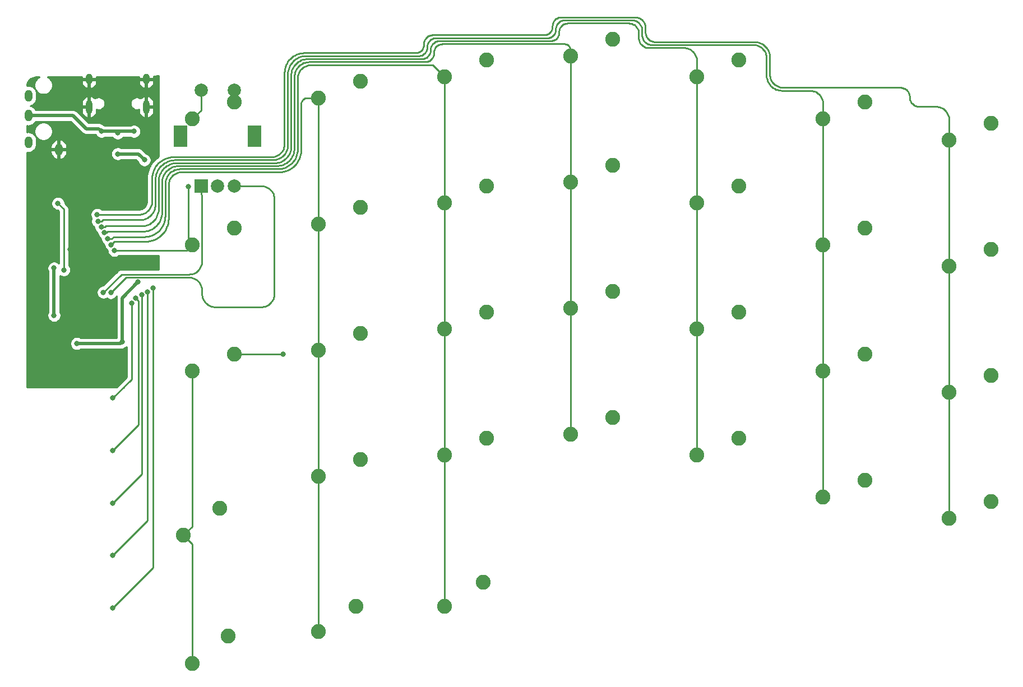
<source format=gbr>
G04 #@! TF.GenerationSoftware,KiCad,Pcbnew,(5.1.4)-1*
G04 #@! TF.CreationDate,2020-11-30T21:40:22+01:00*
G04 #@! TF.ProjectId,stm32split,73746d33-3273-4706-9c69-742e6b696361,rev?*
G04 #@! TF.SameCoordinates,Original*
G04 #@! TF.FileFunction,Copper,L2,Bot*
G04 #@! TF.FilePolarity,Positive*
%FSLAX46Y46*%
G04 Gerber Fmt 4.6, Leading zero omitted, Abs format (unit mm)*
G04 Created by KiCad (PCBNEW (5.1.4)-1) date 2020-11-30 21:40:22*
%MOMM*%
%LPD*%
G04 APERTURE LIST*
%ADD10R,2.000000X2.000000*%
%ADD11C,2.000000*%
%ADD12R,2.000000X3.200000*%
%ADD13O,1.200000X1.800000*%
%ADD14O,1.000000X2.100000*%
%ADD15O,1.000000X1.600000*%
%ADD16C,2.250000*%
%ADD17C,0.800000*%
%ADD18C,0.250000*%
%ADD19C,0.500000*%
%ADD20C,0.254000*%
G04 APERTURE END LIST*
D10*
X119030000Y-68550000D03*
D11*
X121530000Y-68550000D03*
X124030000Y-68550000D03*
D12*
X115930000Y-61050000D03*
X127130000Y-61050000D03*
D11*
X119030000Y-54050000D03*
X124030000Y-54050000D03*
D13*
X97550000Y-63030000D03*
X92950000Y-61930000D03*
X92950000Y-57930000D03*
X92950000Y-54930000D03*
D14*
X110766250Y-56617500D03*
X102126250Y-56617500D03*
D15*
X110766250Y-52437500D03*
X102126250Y-52437500D03*
D16*
X123168651Y-136565696D03*
X117692422Y-140662649D03*
X142448304Y-132062914D03*
X136765162Y-135867649D03*
X161639279Y-128426110D03*
X155826816Y-132030188D03*
X121868651Y-117235696D03*
X116392422Y-121332649D03*
X143117500Y-109845000D03*
X136767500Y-112385000D03*
X162167500Y-106670000D03*
X155817500Y-109210000D03*
X181217500Y-103495000D03*
X174867500Y-106035000D03*
X200267500Y-106670000D03*
X193917500Y-109210000D03*
X219317500Y-113020000D03*
X212967500Y-115560000D03*
X238367500Y-116195000D03*
X232017500Y-118735000D03*
X124067500Y-93970000D03*
X117717500Y-96510000D03*
X143117500Y-90795000D03*
X136767500Y-93335000D03*
X162167500Y-87620000D03*
X155817500Y-90160000D03*
X181217500Y-84445000D03*
X174867500Y-86985000D03*
X200267500Y-87620000D03*
X193917500Y-90160000D03*
X219317500Y-93970000D03*
X212967500Y-96510000D03*
X238367500Y-97145000D03*
X232017500Y-99685000D03*
X124067500Y-74920000D03*
X117717500Y-77460000D03*
X143117500Y-71745000D03*
X136767500Y-74285000D03*
X162167500Y-68570000D03*
X155817500Y-71110000D03*
X181217500Y-65395000D03*
X174867500Y-67935000D03*
X200267500Y-68570000D03*
X193917500Y-71110000D03*
X219317500Y-74920000D03*
X212967500Y-77460000D03*
X238367500Y-78095000D03*
X232017500Y-80635000D03*
X124067500Y-55870000D03*
X117717500Y-58410000D03*
X143117500Y-52695000D03*
X136767500Y-55235000D03*
X162167500Y-49520000D03*
X155817500Y-52060000D03*
X181217500Y-46345000D03*
X174867500Y-48885000D03*
X200267500Y-49520000D03*
X193917500Y-52060000D03*
X219317500Y-55870000D03*
X212967500Y-58410000D03*
X238367500Y-59045000D03*
X232017500Y-61585000D03*
D17*
X105410000Y-84680000D03*
X104290000Y-84630000D03*
X108555204Y-86298125D03*
X105725000Y-100575000D03*
X131429929Y-93970000D03*
X103350000Y-72870000D03*
X103456250Y-73897137D03*
X103956250Y-74768353D03*
X104456250Y-75635428D03*
X104956250Y-76553168D03*
X109197003Y-85531250D03*
X105717500Y-108512500D03*
X110065158Y-85031250D03*
X105710000Y-116450000D03*
X110962174Y-84531250D03*
X105707500Y-124387500D03*
X111822439Y-84010000D03*
X105705000Y-132325000D03*
X105459810Y-77417130D03*
X105956250Y-78286338D03*
X117160000Y-68690000D03*
X108910000Y-60310000D03*
X106446250Y-60559996D03*
X104000000Y-60310000D03*
X106470000Y-63699998D03*
X110480000Y-64620000D03*
X106510000Y-94160000D03*
X99240000Y-78140000D03*
X100731250Y-86731250D03*
X104730000Y-87860000D03*
X106740000Y-66430000D03*
X107190000Y-70150000D03*
X98320000Y-81240000D03*
X97430000Y-71190000D03*
X96837500Y-80962500D03*
X96837500Y-88106250D03*
X100293864Y-92361980D03*
X107156250Y-92075000D03*
X109537500Y-83081250D03*
D18*
X117167501Y-82356249D02*
X117363535Y-82365879D01*
X117363535Y-82365879D02*
X117557681Y-82394678D01*
X117557681Y-82394678D02*
X117748070Y-82442368D01*
X117748070Y-82442368D02*
X117932867Y-82508489D01*
X117932867Y-82508489D02*
X118110294Y-82592406D01*
X118110294Y-82592406D02*
X118278641Y-82693309D01*
X118278641Y-82693309D02*
X118436287Y-82810228D01*
X118436287Y-82810228D02*
X118581714Y-82942035D01*
X118581714Y-82942035D02*
X118713521Y-83087462D01*
X118713521Y-83087462D02*
X118830440Y-83245108D01*
X118830440Y-83245108D02*
X118931343Y-83413455D01*
X118931343Y-83413455D02*
X119015260Y-83590882D01*
X119015260Y-83590882D02*
X119081381Y-83775679D01*
X119081381Y-83775679D02*
X119129071Y-83966068D01*
X119129071Y-83966068D02*
X119157870Y-84160214D01*
X119157870Y-84160214D02*
X119167501Y-84356249D01*
X121167501Y-86826249D02*
X120971466Y-86816618D01*
X120971466Y-86816618D02*
X120777320Y-86787819D01*
X120777320Y-86787819D02*
X120586931Y-86740129D01*
X120586931Y-86740129D02*
X120402134Y-86674008D01*
X120402134Y-86674008D02*
X120224707Y-86590091D01*
X120224707Y-86590091D02*
X120056360Y-86489188D01*
X120056360Y-86489188D02*
X119898714Y-86372269D01*
X119898714Y-86372269D02*
X119753287Y-86240462D01*
X119753287Y-86240462D02*
X119621480Y-86095035D01*
X119621480Y-86095035D02*
X119504561Y-85937389D01*
X119504561Y-85937389D02*
X119403658Y-85769042D01*
X119403658Y-85769042D02*
X119319741Y-85591615D01*
X119319741Y-85591615D02*
X119253620Y-85406818D01*
X119253620Y-85406818D02*
X119205930Y-85216429D01*
X119205930Y-85216429D02*
X119177131Y-85022283D01*
X119177131Y-85022283D02*
X119167501Y-84826249D01*
X119167501Y-84826249D02*
X119167501Y-84356249D01*
X130100000Y-84826249D02*
X130090369Y-85022283D01*
X130090369Y-85022283D02*
X130061570Y-85216429D01*
X130061570Y-85216429D02*
X130013880Y-85406818D01*
X130013880Y-85406818D02*
X129947759Y-85591615D01*
X129947759Y-85591615D02*
X129863842Y-85769042D01*
X129863842Y-85769042D02*
X129762939Y-85937389D01*
X129762939Y-85937389D02*
X129646020Y-86095035D01*
X129646020Y-86095035D02*
X129514213Y-86240462D01*
X129514213Y-86240462D02*
X129368786Y-86372269D01*
X129368786Y-86372269D02*
X129211140Y-86489188D01*
X129211140Y-86489188D02*
X129042793Y-86590091D01*
X129042793Y-86590091D02*
X128865366Y-86674008D01*
X128865366Y-86674008D02*
X128680569Y-86740129D01*
X128680569Y-86740129D02*
X128490180Y-86787819D01*
X128490180Y-86787819D02*
X128296034Y-86816618D01*
X128296034Y-86816618D02*
X128100000Y-86826249D01*
X128100000Y-86826249D02*
X121167501Y-86826249D01*
X128100000Y-68550000D02*
X124030000Y-68550000D01*
X128100000Y-68550000D02*
X128296034Y-68559630D01*
X128296034Y-68559630D02*
X128490180Y-68588429D01*
X128490180Y-68588429D02*
X128680569Y-68636119D01*
X128680569Y-68636119D02*
X128865366Y-68702240D01*
X128865366Y-68702240D02*
X129042793Y-68786157D01*
X129042793Y-68786157D02*
X129211140Y-68887060D01*
X129211140Y-68887060D02*
X129368786Y-69003979D01*
X129368786Y-69003979D02*
X129514213Y-69135786D01*
X129514213Y-69135786D02*
X129646020Y-69281213D01*
X129646020Y-69281213D02*
X129762939Y-69438859D01*
X129762939Y-69438859D02*
X129863842Y-69607206D01*
X129863842Y-69607206D02*
X129947759Y-69784633D01*
X129947759Y-69784633D02*
X130013880Y-69969430D01*
X130013880Y-69969430D02*
X130061570Y-70159819D01*
X130061570Y-70159819D02*
X130090369Y-70353965D01*
X130090369Y-70353965D02*
X130100000Y-70550000D01*
X130100000Y-70550000D02*
X130100000Y-84826249D01*
X117167501Y-82356249D02*
X107733751Y-82356249D01*
X105410000Y-84680000D02*
X107733751Y-82356249D01*
X119030000Y-68550000D02*
X119030000Y-69800000D01*
X119030000Y-69800000D02*
X119167501Y-69937501D01*
X117167501Y-81906239D02*
X117363535Y-81896608D01*
X117363535Y-81896608D02*
X117557681Y-81867809D01*
X117557681Y-81867809D02*
X117748070Y-81820119D01*
X117748070Y-81820119D02*
X117932867Y-81753998D01*
X117932867Y-81753998D02*
X118110294Y-81670081D01*
X118110294Y-81670081D02*
X118278641Y-81569178D01*
X118278641Y-81569178D02*
X118436287Y-81452259D01*
X118436287Y-81452259D02*
X118581714Y-81320452D01*
X118581714Y-81320452D02*
X118713521Y-81175025D01*
X118713521Y-81175025D02*
X118830440Y-81017379D01*
X118830440Y-81017379D02*
X118931343Y-80849032D01*
X118931343Y-80849032D02*
X119015260Y-80671605D01*
X119015260Y-80671605D02*
X119081381Y-80486808D01*
X119081381Y-80486808D02*
X119129071Y-80296419D01*
X119129071Y-80296419D02*
X119157870Y-80102273D01*
X119157870Y-80102273D02*
X119167501Y-79906239D01*
X119167501Y-79906239D02*
X119167501Y-69937501D01*
X117167501Y-81906239D02*
X107013761Y-81906239D01*
X104290000Y-84630000D02*
X107013761Y-81906239D01*
X107435204Y-98864796D02*
X105725000Y-100575000D01*
X108555204Y-97744796D02*
X105725000Y-100575000D01*
X108555204Y-86298125D02*
X108555204Y-97744796D01*
X131429929Y-93970000D02*
X126490000Y-93970000D01*
X126490000Y-93970000D02*
X124067500Y-93970000D01*
X204940010Y-51687490D02*
X204940010Y-49078980D01*
X204949641Y-51883524D02*
X204940010Y-51687490D01*
X204978440Y-52077670D02*
X204949641Y-51883524D01*
X205026130Y-52268059D02*
X204978440Y-52077670D01*
X205092251Y-52452856D02*
X205026130Y-52268059D01*
X205176168Y-52630283D02*
X205092251Y-52452856D01*
X205277071Y-52798630D02*
X205176168Y-52630283D01*
X205393990Y-52956276D02*
X205277071Y-52798630D01*
X205525797Y-53101703D02*
X205393990Y-52956276D01*
X205671224Y-53233510D02*
X205525797Y-53101703D01*
X205828870Y-53350429D02*
X205671224Y-53233510D01*
X205997217Y-53451332D02*
X205828870Y-53350429D01*
X206174644Y-53535249D02*
X205997217Y-53451332D01*
X206359441Y-53601370D02*
X206174644Y-53535249D01*
X206549830Y-53649060D02*
X206359441Y-53601370D01*
X206743976Y-53677859D02*
X206549830Y-53649060D01*
X206940010Y-53687490D02*
X206743976Y-53677859D01*
X206940010Y-53687490D02*
X224657500Y-53687490D01*
X202640010Y-46778980D02*
X187638800Y-46778980D01*
X202865450Y-46790055D02*
X202640010Y-46778980D01*
X203088718Y-46823173D02*
X202865450Y-46790055D01*
X203307665Y-46878017D02*
X203088718Y-46823173D01*
X203520182Y-46954057D02*
X203307665Y-46878017D01*
X203724223Y-47050561D02*
X203520182Y-46954057D01*
X203917822Y-47166599D02*
X203724223Y-47050561D01*
X204099115Y-47301055D02*
X203917822Y-47166599D01*
X204266356Y-47452634D02*
X204099115Y-47301055D01*
X204417935Y-47619875D02*
X204266356Y-47452634D01*
X204552391Y-47801168D02*
X204417935Y-47619875D01*
X204668429Y-47994767D02*
X204552391Y-47801168D01*
X204764933Y-48198808D02*
X204668429Y-47994767D01*
X204840973Y-48411325D02*
X204764933Y-48198808D01*
X204895817Y-48630272D02*
X204840973Y-48411325D01*
X204928935Y-48853540D02*
X204895817Y-48630272D01*
X204940010Y-49078980D02*
X204928935Y-48853540D01*
X226057500Y-55087490D02*
X226057500Y-55157500D01*
X226050759Y-54950266D02*
X226057500Y-55087490D01*
X226030600Y-54814363D02*
X226050759Y-54950266D01*
X225997217Y-54681091D02*
X226030600Y-54814363D01*
X225950932Y-54551733D02*
X225997217Y-54681091D01*
X225892190Y-54427534D02*
X225950932Y-54551733D01*
X225821558Y-54309691D02*
X225892190Y-54427534D01*
X225739715Y-54199339D02*
X225821558Y-54309691D01*
X225647450Y-54097540D02*
X225739715Y-54199339D01*
X225545651Y-54005275D02*
X225647450Y-54097540D01*
X225435299Y-53923432D02*
X225545651Y-54005275D01*
X225317456Y-53852800D02*
X225435299Y-53923432D01*
X225193257Y-53794058D02*
X225317456Y-53852800D01*
X225063899Y-53747773D02*
X225193257Y-53794058D01*
X224930627Y-53714390D02*
X225063899Y-53747773D01*
X224794724Y-53694231D02*
X224930627Y-53714390D01*
X224657500Y-53687490D02*
X224794724Y-53694231D01*
X227320277Y-56550758D02*
X227457500Y-56557500D01*
X227184374Y-56530599D02*
X227320277Y-56550758D01*
X227051102Y-56497216D02*
X227184374Y-56530599D01*
X226921744Y-56450931D02*
X227051102Y-56497216D01*
X226797545Y-56392189D02*
X226921744Y-56450931D01*
X226679702Y-56321557D02*
X226797545Y-56392189D01*
X226569350Y-56239714D02*
X226679702Y-56321557D01*
X226467551Y-56147449D02*
X226569350Y-56239714D01*
X226375286Y-56045650D02*
X226467551Y-56147449D01*
X226293443Y-55935298D02*
X226375286Y-56045650D01*
X226222811Y-55817455D02*
X226293443Y-55935298D01*
X226164069Y-55693256D02*
X226222811Y-55817455D01*
X226117784Y-55563898D02*
X226164069Y-55693256D01*
X226084401Y-55430626D02*
X226117784Y-55563898D01*
X226064242Y-55294723D02*
X226084401Y-55430626D01*
X226057500Y-55157500D02*
X226064242Y-55294723D01*
X186138800Y-45278980D02*
X186138800Y-44568760D01*
X186146023Y-45426005D02*
X186138800Y-45278980D01*
X186167623Y-45571615D02*
X186146023Y-45426005D01*
X186203390Y-45714407D02*
X186167623Y-45571615D01*
X186252981Y-45853005D02*
X186203390Y-45714407D01*
X186315919Y-45986075D02*
X186252981Y-45853005D01*
X186391596Y-46112335D02*
X186315919Y-45986075D01*
X186479285Y-46230569D02*
X186391596Y-46112335D01*
X186578140Y-46339640D02*
X186479285Y-46230569D01*
X186687211Y-46438495D02*
X186578140Y-46339640D01*
X186805445Y-46526184D02*
X186687211Y-46438495D01*
X186931705Y-46601861D02*
X186805445Y-46526184D01*
X187064775Y-46664799D02*
X186931705Y-46601861D01*
X187203373Y-46714390D02*
X187064775Y-46664799D01*
X187346165Y-46750157D02*
X187203373Y-46714390D01*
X187491775Y-46771757D02*
X187346165Y-46750157D01*
X187638800Y-46778980D02*
X187491775Y-46771757D01*
X184638800Y-43068760D02*
X173406102Y-43068760D01*
X184785826Y-43075982D02*
X184638800Y-43068760D01*
X184931436Y-43097582D02*
X184785826Y-43075982D01*
X185074228Y-43133349D02*
X184931436Y-43097582D01*
X185212826Y-43182940D02*
X185074228Y-43133349D01*
X185345896Y-43245878D02*
X185212826Y-43182940D01*
X185472156Y-43321555D02*
X185345896Y-43245878D01*
X185590390Y-43409244D02*
X185472156Y-43321555D01*
X185699461Y-43508099D02*
X185590390Y-43409244D01*
X185798316Y-43617170D02*
X185699461Y-43508099D01*
X185886005Y-43735404D02*
X185798316Y-43617170D01*
X185961682Y-43861664D02*
X185886005Y-43735404D01*
X186024620Y-43994734D02*
X185961682Y-43861664D01*
X186074211Y-44133332D02*
X186024620Y-43994734D01*
X186109978Y-44276124D02*
X186074211Y-44133332D01*
X186131578Y-44421734D02*
X186109978Y-44276124D01*
X186138800Y-44568760D02*
X186131578Y-44421734D01*
X172106102Y-44449103D02*
X172106102Y-44368760D01*
X172099843Y-44576525D02*
X172106102Y-44449103D01*
X172081123Y-44702720D02*
X172099843Y-44576525D01*
X172050125Y-44826473D02*
X172081123Y-44702720D01*
X172007146Y-44946591D02*
X172050125Y-44826473D01*
X171952600Y-45061918D02*
X172007146Y-44946591D01*
X171887013Y-45171344D02*
X171952600Y-45061918D01*
X171811016Y-45273814D02*
X171887013Y-45171344D01*
X171725341Y-45368341D02*
X171811016Y-45273814D01*
X171630814Y-45454016D02*
X171725341Y-45368341D01*
X171528344Y-45530013D02*
X171630814Y-45454016D01*
X171418918Y-45595600D02*
X171528344Y-45530013D01*
X171303591Y-45650146D02*
X171418918Y-45595600D01*
X171183473Y-45693125D02*
X171303591Y-45650146D01*
X171059720Y-45724123D02*
X171183473Y-45693125D01*
X170933525Y-45742843D02*
X171059720Y-45724123D01*
X170806102Y-45749103D02*
X170933525Y-45742843D01*
X170806102Y-45749103D02*
X153989960Y-45749103D01*
X173278680Y-43075019D02*
X173406102Y-43068760D01*
X173152485Y-43093739D02*
X173278680Y-43075019D01*
X173028732Y-43124737D02*
X173152485Y-43093739D01*
X172908614Y-43167716D02*
X173028732Y-43124737D01*
X172793287Y-43222262D02*
X172908614Y-43167716D01*
X172683861Y-43287849D02*
X172793287Y-43222262D01*
X172581391Y-43363846D02*
X172683861Y-43287849D01*
X172486864Y-43449521D02*
X172581391Y-43363846D01*
X172401189Y-43544048D02*
X172486864Y-43449521D01*
X172325192Y-43646518D02*
X172401189Y-43544048D01*
X172259605Y-43755944D02*
X172325192Y-43646518D01*
X172205059Y-43871271D02*
X172259605Y-43755944D01*
X172162080Y-43991389D02*
X172205059Y-43871271D01*
X172131082Y-44115142D02*
X172162080Y-43991389D01*
X172112362Y-44241337D02*
X172131082Y-44115142D01*
X172106102Y-44368760D02*
X172112362Y-44241337D01*
X152689960Y-47156984D02*
X152689960Y-47049103D01*
X152683701Y-47284406D02*
X152689960Y-47156984D01*
X152664981Y-47410601D02*
X152683701Y-47284406D01*
X152633983Y-47534354D02*
X152664981Y-47410601D01*
X152591004Y-47654472D02*
X152633983Y-47534354D01*
X152536458Y-47769799D02*
X152591004Y-47654472D01*
X152470871Y-47879225D02*
X152536458Y-47769799D01*
X152394874Y-47981695D02*
X152470871Y-47879225D01*
X152309199Y-48076222D02*
X152394874Y-47981695D01*
X152214672Y-48161897D02*
X152309199Y-48076222D01*
X152112202Y-48237894D02*
X152214672Y-48161897D01*
X152002776Y-48303481D02*
X152112202Y-48237894D01*
X151887449Y-48358027D02*
X152002776Y-48303481D01*
X151767331Y-48401006D02*
X151887449Y-48358027D01*
X151643578Y-48432004D02*
X151767331Y-48401006D01*
X151517383Y-48450724D02*
X151643578Y-48432004D01*
X151389960Y-48456984D02*
X151517383Y-48450724D01*
X152696220Y-46921680D02*
X152689960Y-47049103D01*
X152714940Y-46795485D02*
X152696220Y-46921680D01*
X152745938Y-46671732D02*
X152714940Y-46795485D01*
X152788917Y-46551614D02*
X152745938Y-46671732D01*
X152843463Y-46436287D02*
X152788917Y-46551614D01*
X152909050Y-46326861D02*
X152843463Y-46436287D01*
X152985047Y-46224391D02*
X152909050Y-46326861D01*
X153070722Y-46129864D02*
X152985047Y-46224391D01*
X153165249Y-46044189D02*
X153070722Y-46129864D01*
X153267719Y-45968192D02*
X153165249Y-46044189D01*
X153377145Y-45902605D02*
X153267719Y-45968192D01*
X153492472Y-45848059D02*
X153377145Y-45902605D01*
X153612590Y-45805080D02*
X153492472Y-45848059D01*
X153736343Y-45774082D02*
X153612590Y-45805080D01*
X153862538Y-45755362D02*
X153736343Y-45774082D01*
X153989960Y-45749103D02*
X153862538Y-45755362D01*
X111606630Y-71052284D02*
X111616260Y-70856250D01*
X111577831Y-71246430D02*
X111606630Y-71052284D01*
X111530141Y-71436819D02*
X111577831Y-71246430D01*
X111464020Y-71621616D02*
X111530141Y-71436819D01*
X111380103Y-71799043D02*
X111464020Y-71621616D01*
X111279200Y-71967390D02*
X111380103Y-71799043D01*
X111162281Y-72125036D02*
X111279200Y-71967390D01*
X111030474Y-72270463D02*
X111162281Y-72125036D01*
X110885047Y-72402270D02*
X111030474Y-72270463D01*
X110727401Y-72519189D02*
X110885047Y-72402270D01*
X110559054Y-72620092D02*
X110727401Y-72519189D01*
X110381627Y-72704009D02*
X110559054Y-72620092D01*
X110196830Y-72770130D02*
X110381627Y-72704009D01*
X110006441Y-72817820D02*
X110196830Y-72770130D01*
X109812295Y-72846619D02*
X110006441Y-72817820D01*
X109616260Y-72856250D02*
X109812295Y-72846619D01*
X232017500Y-118735000D02*
X232017500Y-99685000D01*
X232017500Y-82668998D02*
X232017500Y-80635000D01*
X232017500Y-99685000D02*
X232017500Y-82668998D01*
X232017500Y-80635000D02*
X232017500Y-61585000D01*
X232017500Y-58550758D02*
X232017500Y-61585000D01*
X232017500Y-58550758D02*
X232007869Y-58354723D01*
X232007869Y-58354723D02*
X231979070Y-58160577D01*
X231979070Y-58160577D02*
X231931380Y-57970188D01*
X231931380Y-57970188D02*
X231865259Y-57785391D01*
X231865259Y-57785391D02*
X231781342Y-57607964D01*
X231781342Y-57607964D02*
X231680439Y-57439617D01*
X231680439Y-57439617D02*
X231563520Y-57281971D01*
X231563520Y-57281971D02*
X231431713Y-57136544D01*
X231431713Y-57136544D02*
X231286286Y-57004737D01*
X231286286Y-57004737D02*
X231128640Y-56887818D01*
X231128640Y-56887818D02*
X230960293Y-56786915D01*
X230960293Y-56786915D02*
X230782866Y-56702998D01*
X230782866Y-56702998D02*
X230598069Y-56636877D01*
X230598069Y-56636877D02*
X230407680Y-56589187D01*
X230407680Y-56589187D02*
X230213534Y-56560388D01*
X230213534Y-56560388D02*
X230017500Y-56550758D01*
X230017500Y-56550758D02*
X227320277Y-56550758D01*
X109602510Y-72870000D02*
X103350000Y-72870000D01*
X109616260Y-72856250D02*
X109602510Y-72870000D01*
X114866260Y-64176830D02*
X114547704Y-64192479D01*
X114547704Y-64192479D02*
X114232216Y-64239277D01*
X114232216Y-64239277D02*
X113922834Y-64316773D01*
X113922834Y-64316773D02*
X113622538Y-64424221D01*
X113622538Y-64424221D02*
X113334220Y-64560585D01*
X113334220Y-64560585D02*
X113060656Y-64724553D01*
X113060656Y-64724553D02*
X112804481Y-64914546D01*
X112804481Y-64914546D02*
X112568162Y-65128732D01*
X112568162Y-65128732D02*
X112353976Y-65365051D01*
X112353976Y-65365051D02*
X112163983Y-65621226D01*
X112163983Y-65621226D02*
X112000015Y-65894790D01*
X112000015Y-65894790D02*
X111863651Y-66183108D01*
X111863651Y-66183108D02*
X111756203Y-66483404D01*
X111756203Y-66483404D02*
X111678707Y-66792786D01*
X111678707Y-66792786D02*
X111631909Y-67108274D01*
X111631909Y-67108274D02*
X111616260Y-67426830D01*
X111616260Y-67426830D02*
X111616260Y-70856250D01*
X131626260Y-62176830D02*
X131616629Y-62372864D01*
X131616629Y-62372864D02*
X131587830Y-62567010D01*
X131587830Y-62567010D02*
X131540140Y-62757399D01*
X131540140Y-62757399D02*
X131474019Y-62942196D01*
X131474019Y-62942196D02*
X131390102Y-63119623D01*
X131390102Y-63119623D02*
X131289199Y-63287970D01*
X131289199Y-63287970D02*
X131172280Y-63445616D01*
X131172280Y-63445616D02*
X131040473Y-63591043D01*
X131040473Y-63591043D02*
X130895046Y-63722850D01*
X130895046Y-63722850D02*
X130737400Y-63839769D01*
X130737400Y-63839769D02*
X130569053Y-63940672D01*
X130569053Y-63940672D02*
X130391626Y-64024589D01*
X130391626Y-64024589D02*
X130206829Y-64090710D01*
X130206829Y-64090710D02*
X130016440Y-64138400D01*
X130016440Y-64138400D02*
X129822294Y-64167199D01*
X129822294Y-64167199D02*
X129626260Y-64176830D01*
X129626260Y-64176830D02*
X114866260Y-64176830D01*
X134626260Y-48456984D02*
X151389960Y-48456984D01*
X134626260Y-48456984D02*
X134332208Y-48471429D01*
X134332208Y-48471429D02*
X134040989Y-48514628D01*
X134040989Y-48514628D02*
X133755405Y-48586162D01*
X133755405Y-48586162D02*
X133478209Y-48685345D01*
X133478209Y-48685345D02*
X133212069Y-48811220D01*
X133212069Y-48811220D02*
X132959549Y-48962575D01*
X132959549Y-48962575D02*
X132723080Y-49137952D01*
X132723080Y-49137952D02*
X132504939Y-49335663D01*
X132504939Y-49335663D02*
X132307228Y-49553804D01*
X132307228Y-49553804D02*
X132131851Y-49790273D01*
X132131851Y-49790273D02*
X131980496Y-50042793D01*
X131980496Y-50042793D02*
X131854621Y-50308933D01*
X131854621Y-50308933D02*
X131755438Y-50586129D01*
X131755438Y-50586129D02*
X131683904Y-50871713D01*
X131683904Y-50871713D02*
X131640705Y-51162932D01*
X131640705Y-51162932D02*
X131626260Y-51456984D01*
X131626260Y-51456984D02*
X131626260Y-62176830D01*
X109816270Y-73650569D02*
X110041710Y-73639493D01*
X110041710Y-73639493D02*
X110264978Y-73606375D01*
X110264978Y-73606375D02*
X110483925Y-73551531D01*
X110483925Y-73551531D02*
X110696442Y-73475491D01*
X110696442Y-73475491D02*
X110900483Y-73378987D01*
X110900483Y-73378987D02*
X111094082Y-73262949D01*
X111094082Y-73262949D02*
X111275375Y-73128493D01*
X111275375Y-73128493D02*
X111442616Y-72976914D01*
X111442616Y-72976914D02*
X111594195Y-72809673D01*
X111594195Y-72809673D02*
X111728651Y-72628380D01*
X111728651Y-72628380D02*
X111844689Y-72434781D01*
X111844689Y-72434781D02*
X111941193Y-72230740D01*
X111941193Y-72230740D02*
X112017233Y-72018223D01*
X112017233Y-72018223D02*
X112072077Y-71799276D01*
X112072077Y-71799276D02*
X112105195Y-71576008D01*
X112105195Y-71576008D02*
X112116270Y-71350569D01*
X154489970Y-46199113D02*
X154362548Y-46205372D01*
X154362548Y-46205372D02*
X154236353Y-46224092D01*
X154236353Y-46224092D02*
X154112600Y-46255090D01*
X154112600Y-46255090D02*
X153992482Y-46298069D01*
X153992482Y-46298069D02*
X153877155Y-46352615D01*
X153877155Y-46352615D02*
X153767729Y-46418202D01*
X153767729Y-46418202D02*
X153665259Y-46494199D01*
X153665259Y-46494199D02*
X153570732Y-46579874D01*
X153570732Y-46579874D02*
X153485057Y-46674401D01*
X153485057Y-46674401D02*
X153409060Y-46776871D01*
X153409060Y-46776871D02*
X153343473Y-46886297D01*
X153343473Y-46886297D02*
X153288927Y-47001624D01*
X153288927Y-47001624D02*
X153245948Y-47121742D01*
X153245948Y-47121742D02*
X153214950Y-47245495D01*
X153214950Y-47245495D02*
X153196230Y-47371690D01*
X153196230Y-47371690D02*
X153189970Y-47499113D01*
X151889970Y-48906992D02*
X152017393Y-48900732D01*
X152017393Y-48900732D02*
X152143588Y-48882012D01*
X152143588Y-48882012D02*
X152267341Y-48851014D01*
X152267341Y-48851014D02*
X152387459Y-48808035D01*
X152387459Y-48808035D02*
X152502786Y-48753489D01*
X152502786Y-48753489D02*
X152612212Y-48687902D01*
X152612212Y-48687902D02*
X152714682Y-48611905D01*
X152714682Y-48611905D02*
X152809209Y-48526230D01*
X152809209Y-48526230D02*
X152894884Y-48431703D01*
X152894884Y-48431703D02*
X152970881Y-48329233D01*
X152970881Y-48329233D02*
X153036468Y-48219807D01*
X153036468Y-48219807D02*
X153091014Y-48104480D01*
X153091014Y-48104480D02*
X153133993Y-47984362D01*
X153133993Y-47984362D02*
X153164991Y-47860609D01*
X153164991Y-47860609D02*
X153183711Y-47734414D01*
X153183711Y-47734414D02*
X153189970Y-47606992D01*
X153189970Y-47606992D02*
X153189970Y-47499113D01*
X172606112Y-44818770D02*
X172612372Y-44691347D01*
X172612372Y-44691347D02*
X172631092Y-44565152D01*
X172631092Y-44565152D02*
X172662090Y-44441399D01*
X172662090Y-44441399D02*
X172705069Y-44321281D01*
X172705069Y-44321281D02*
X172759615Y-44205954D01*
X172759615Y-44205954D02*
X172825202Y-44096528D01*
X172825202Y-44096528D02*
X172901199Y-43994058D01*
X172901199Y-43994058D02*
X172986874Y-43899531D01*
X172986874Y-43899531D02*
X173081401Y-43813856D01*
X173081401Y-43813856D02*
X173183871Y-43737859D01*
X173183871Y-43737859D02*
X173293297Y-43672272D01*
X173293297Y-43672272D02*
X173408624Y-43617726D01*
X173408624Y-43617726D02*
X173528742Y-43574747D01*
X173528742Y-43574747D02*
X173652495Y-43543749D01*
X173652495Y-43543749D02*
X173778690Y-43525029D01*
X173778690Y-43525029D02*
X173906112Y-43518770D01*
X171306112Y-46199113D02*
X154489970Y-46199113D01*
X171306112Y-46199113D02*
X171433535Y-46192853D01*
X171433535Y-46192853D02*
X171559730Y-46174133D01*
X171559730Y-46174133D02*
X171683483Y-46143135D01*
X171683483Y-46143135D02*
X171803601Y-46100156D01*
X171803601Y-46100156D02*
X171918928Y-46045610D01*
X171918928Y-46045610D02*
X172028354Y-45980023D01*
X172028354Y-45980023D02*
X172130824Y-45904026D01*
X172130824Y-45904026D02*
X172225351Y-45818351D01*
X172225351Y-45818351D02*
X172311026Y-45723824D01*
X172311026Y-45723824D02*
X172387023Y-45621354D01*
X172387023Y-45621354D02*
X172452610Y-45511928D01*
X172452610Y-45511928D02*
X172507156Y-45396601D01*
X172507156Y-45396601D02*
X172550135Y-45276483D01*
X172550135Y-45276483D02*
X172581133Y-45152730D01*
X172581133Y-45152730D02*
X172599853Y-45026535D01*
X172599853Y-45026535D02*
X172606112Y-44899113D01*
X172606112Y-44899113D02*
X172606112Y-44818770D01*
X185638790Y-45018770D02*
X185631568Y-44871744D01*
X185631568Y-44871744D02*
X185609968Y-44726134D01*
X185609968Y-44726134D02*
X185574201Y-44583342D01*
X185574201Y-44583342D02*
X185524610Y-44444744D01*
X185524610Y-44444744D02*
X185461672Y-44311674D01*
X185461672Y-44311674D02*
X185385995Y-44185414D01*
X185385995Y-44185414D02*
X185298306Y-44067180D01*
X185298306Y-44067180D02*
X185199451Y-43958109D01*
X185199451Y-43958109D02*
X185090380Y-43859254D01*
X185090380Y-43859254D02*
X184972146Y-43771565D01*
X184972146Y-43771565D02*
X184845886Y-43695888D01*
X184845886Y-43695888D02*
X184712816Y-43632950D01*
X184712816Y-43632950D02*
X184574218Y-43583359D01*
X184574218Y-43583359D02*
X184431426Y-43547592D01*
X184431426Y-43547592D02*
X184285816Y-43525992D01*
X184285816Y-43525992D02*
X184138790Y-43518770D01*
X184138790Y-43518770D02*
X173906112Y-43518770D01*
X187138790Y-47228990D02*
X186991765Y-47221767D01*
X186991765Y-47221767D02*
X186846155Y-47200167D01*
X186846155Y-47200167D02*
X186703363Y-47164400D01*
X186703363Y-47164400D02*
X186564765Y-47114809D01*
X186564765Y-47114809D02*
X186431695Y-47051871D01*
X186431695Y-47051871D02*
X186305435Y-46976194D01*
X186305435Y-46976194D02*
X186187201Y-46888505D01*
X186187201Y-46888505D02*
X186078130Y-46789650D01*
X186078130Y-46789650D02*
X185979275Y-46680579D01*
X185979275Y-46680579D02*
X185891586Y-46562345D01*
X185891586Y-46562345D02*
X185815909Y-46436085D01*
X185815909Y-46436085D02*
X185752971Y-46303015D01*
X185752971Y-46303015D02*
X185703380Y-46164417D01*
X185703380Y-46164417D02*
X185667613Y-46021625D01*
X185667613Y-46021625D02*
X185646013Y-45876015D01*
X185646013Y-45876015D02*
X185638790Y-45728990D01*
X185638790Y-45728990D02*
X185638790Y-45018770D01*
X204440000Y-49228990D02*
X204430370Y-49032955D01*
X204430370Y-49032955D02*
X204401571Y-48838809D01*
X204401571Y-48838809D02*
X204353881Y-48648420D01*
X204353881Y-48648420D02*
X204287760Y-48463623D01*
X204287760Y-48463623D02*
X204203843Y-48286196D01*
X204203843Y-48286196D02*
X204102940Y-48117849D01*
X204102940Y-48117849D02*
X203986021Y-47960203D01*
X203986021Y-47960203D02*
X203854214Y-47814776D01*
X203854214Y-47814776D02*
X203708787Y-47682969D01*
X203708787Y-47682969D02*
X203551141Y-47566050D01*
X203551141Y-47566050D02*
X203382794Y-47465147D01*
X203382794Y-47465147D02*
X203205367Y-47381230D01*
X203205367Y-47381230D02*
X203020570Y-47315109D01*
X203020570Y-47315109D02*
X202830181Y-47267419D01*
X202830181Y-47267419D02*
X202636035Y-47238620D01*
X202636035Y-47238620D02*
X202440000Y-47228990D01*
X202440000Y-47228990D02*
X187138790Y-47228990D01*
X206740000Y-54137500D02*
X206514561Y-54126424D01*
X206514561Y-54126424D02*
X206291293Y-54093306D01*
X206291293Y-54093306D02*
X206072346Y-54038462D01*
X206072346Y-54038462D02*
X205859829Y-53962422D01*
X205859829Y-53962422D02*
X205655788Y-53865918D01*
X205655788Y-53865918D02*
X205462189Y-53749880D01*
X205462189Y-53749880D02*
X205280896Y-53615424D01*
X205280896Y-53615424D02*
X205113655Y-53463845D01*
X205113655Y-53463845D02*
X204962076Y-53296604D01*
X204962076Y-53296604D02*
X204827620Y-53115311D01*
X204827620Y-53115311D02*
X204711582Y-52921712D01*
X204711582Y-52921712D02*
X204615078Y-52717671D01*
X204615078Y-52717671D02*
X204539038Y-52505154D01*
X204539038Y-52505154D02*
X204484194Y-52286207D01*
X204484194Y-52286207D02*
X204451076Y-52062939D01*
X204451076Y-52062939D02*
X204440000Y-51837500D01*
X204440000Y-51837500D02*
X204440000Y-49228990D01*
X212967500Y-58410000D02*
X212967500Y-77460000D01*
X212967500Y-77460000D02*
X212967500Y-96510000D01*
X212967500Y-96510000D02*
X212967500Y-115560000D01*
X212967500Y-56137500D02*
X212967500Y-58410000D01*
X212967500Y-56137500D02*
X212957869Y-55941465D01*
X212957869Y-55941465D02*
X212929070Y-55747319D01*
X212929070Y-55747319D02*
X212881380Y-55556930D01*
X212881380Y-55556930D02*
X212815259Y-55372133D01*
X212815259Y-55372133D02*
X212731342Y-55194706D01*
X212731342Y-55194706D02*
X212630439Y-55026359D01*
X212630439Y-55026359D02*
X212513520Y-54868713D01*
X212513520Y-54868713D02*
X212381713Y-54723286D01*
X212381713Y-54723286D02*
X212236286Y-54591479D01*
X212236286Y-54591479D02*
X212078640Y-54474560D01*
X212078640Y-54474560D02*
X211910293Y-54373657D01*
X211910293Y-54373657D02*
X211732866Y-54289740D01*
X211732866Y-54289740D02*
X211548069Y-54223619D01*
X211548069Y-54223619D02*
X211357680Y-54175929D01*
X211357680Y-54175929D02*
X211163534Y-54147130D01*
X211163534Y-54147130D02*
X210967500Y-54137500D01*
X210967500Y-54137500D02*
X206740000Y-54137500D01*
X104268503Y-73650569D02*
X109816270Y-73650569D01*
X104021935Y-73897137D02*
X104268503Y-73650569D01*
X103456250Y-73897137D02*
X104021935Y-73897137D01*
X151889970Y-48906992D02*
X151576362Y-48906992D01*
X115116270Y-64626840D02*
X114822218Y-64641285D01*
X114822218Y-64641285D02*
X114530999Y-64684484D01*
X114530999Y-64684484D02*
X114245415Y-64756018D01*
X114245415Y-64756018D02*
X113968219Y-64855201D01*
X113968219Y-64855201D02*
X113702079Y-64981076D01*
X113702079Y-64981076D02*
X113449559Y-65132431D01*
X113449559Y-65132431D02*
X113213090Y-65307808D01*
X113213090Y-65307808D02*
X112994949Y-65505519D01*
X112994949Y-65505519D02*
X112797238Y-65723660D01*
X112797238Y-65723660D02*
X112621861Y-65960129D01*
X112621861Y-65960129D02*
X112470506Y-66212649D01*
X112470506Y-66212649D02*
X112344631Y-66478789D01*
X112344631Y-66478789D02*
X112245448Y-66755985D01*
X112245448Y-66755985D02*
X112173914Y-67041569D01*
X112173914Y-67041569D02*
X112130715Y-67332788D01*
X112130715Y-67332788D02*
X112116270Y-67626840D01*
X112116270Y-67626840D02*
X112116270Y-71350569D01*
X132126270Y-62376840D02*
X132115435Y-62597378D01*
X132115435Y-62597378D02*
X132083036Y-62815793D01*
X132083036Y-62815793D02*
X132029385Y-63029980D01*
X132029385Y-63029980D02*
X131954998Y-63237877D01*
X131954998Y-63237877D02*
X131860592Y-63437482D01*
X131860592Y-63437482D02*
X131747076Y-63626873D01*
X131747076Y-63626873D02*
X131615543Y-63804224D01*
X131615543Y-63804224D02*
X131467260Y-63967830D01*
X131467260Y-63967830D02*
X131303654Y-64116113D01*
X131303654Y-64116113D02*
X131126303Y-64247646D01*
X131126303Y-64247646D02*
X130936912Y-64361162D01*
X130936912Y-64361162D02*
X130737307Y-64455568D01*
X130737307Y-64455568D02*
X130529410Y-64529955D01*
X130529410Y-64529955D02*
X130315223Y-64583606D01*
X130315223Y-64583606D02*
X130096808Y-64616005D01*
X130096808Y-64616005D02*
X129876270Y-64626840D01*
X129876270Y-64626840D02*
X115116270Y-64626840D01*
X134876270Y-48906992D02*
X151576362Y-48906992D01*
X134876270Y-48906992D02*
X134606722Y-48920234D01*
X134606722Y-48920234D02*
X134339771Y-48959832D01*
X134339771Y-48959832D02*
X134077987Y-49025406D01*
X134077987Y-49025406D02*
X133823890Y-49116323D01*
X133823890Y-49116323D02*
X133579928Y-49231708D01*
X133579928Y-49231708D02*
X133348451Y-49370450D01*
X133348451Y-49370450D02*
X133131688Y-49531213D01*
X133131688Y-49531213D02*
X132931726Y-49712448D01*
X132931726Y-49712448D02*
X132750491Y-49912410D01*
X132750491Y-49912410D02*
X132589728Y-50129173D01*
X132589728Y-50129173D02*
X132450986Y-50360650D01*
X132450986Y-50360650D02*
X132335601Y-50604612D01*
X132335601Y-50604612D02*
X132244684Y-50858709D01*
X132244684Y-50858709D02*
X132179110Y-51120493D01*
X132179110Y-51120493D02*
X132139512Y-51387444D01*
X132139512Y-51387444D02*
X132126270Y-51656992D01*
X132126270Y-51656992D02*
X132126270Y-62376840D01*
X193917500Y-109210000D02*
X193917500Y-90160000D01*
X193917500Y-90160000D02*
X193917500Y-71110000D01*
X193917500Y-69519010D02*
X193917500Y-52060000D01*
X193917500Y-71110000D02*
X193917500Y-69519010D01*
X185138780Y-46179000D02*
X185138780Y-45468780D01*
X185146003Y-46326025D02*
X185138780Y-46179000D01*
X185167603Y-46471635D02*
X185146003Y-46326025D01*
X185203370Y-46614427D02*
X185167603Y-46471635D01*
X185252961Y-46753025D02*
X185203370Y-46614427D01*
X185315899Y-46886095D02*
X185252961Y-46753025D01*
X185391576Y-47012355D02*
X185315899Y-46886095D01*
X185479265Y-47130589D02*
X185391576Y-47012355D01*
X185578120Y-47239660D02*
X185479265Y-47130589D01*
X185687191Y-47338515D02*
X185578120Y-47239660D01*
X185805425Y-47426204D02*
X185687191Y-47338515D01*
X185931685Y-47501881D02*
X185805425Y-47426204D01*
X186064755Y-47564819D02*
X185931685Y-47501881D01*
X186203353Y-47614410D02*
X186064755Y-47564819D01*
X186346145Y-47650177D02*
X186203353Y-47614410D01*
X186491755Y-47671777D02*
X186346145Y-47650177D01*
X186638780Y-47679000D02*
X186491755Y-47671777D01*
X183638780Y-43968780D02*
X174406122Y-43968780D01*
X183785806Y-43976002D02*
X183638780Y-43968780D01*
X183931416Y-43997602D02*
X183785806Y-43976002D01*
X184074208Y-44033369D02*
X183931416Y-43997602D01*
X184212806Y-44082960D02*
X184074208Y-44033369D01*
X184345876Y-44145898D02*
X184212806Y-44082960D01*
X184472136Y-44221575D02*
X184345876Y-44145898D01*
X184590370Y-44309264D02*
X184472136Y-44221575D01*
X184699441Y-44408119D02*
X184590370Y-44309264D01*
X184798296Y-44517190D02*
X184699441Y-44408119D01*
X184885985Y-44635424D02*
X184798296Y-44517190D01*
X184961662Y-44761684D02*
X184885985Y-44635424D01*
X185024600Y-44894754D02*
X184961662Y-44761684D01*
X185074191Y-45033352D02*
X185024600Y-44894754D01*
X185109958Y-45176144D02*
X185074191Y-45033352D01*
X185131558Y-45321754D02*
X185109958Y-45176144D01*
X185138780Y-45468780D02*
X185131558Y-45321754D01*
X173106122Y-45349123D02*
X173106122Y-45268780D01*
X173099863Y-45476545D02*
X173106122Y-45349123D01*
X173081143Y-45602740D02*
X173099863Y-45476545D01*
X173050145Y-45726493D02*
X173081143Y-45602740D01*
X173007166Y-45846611D02*
X173050145Y-45726493D01*
X172952620Y-45961938D02*
X173007166Y-45846611D01*
X172887033Y-46071364D02*
X172952620Y-45961938D01*
X172811036Y-46173834D02*
X172887033Y-46071364D01*
X172725361Y-46268361D02*
X172811036Y-46173834D01*
X172630834Y-46354036D02*
X172725361Y-46268361D01*
X172528364Y-46430033D02*
X172630834Y-46354036D01*
X172418938Y-46495620D02*
X172528364Y-46430033D01*
X172303611Y-46550166D02*
X172418938Y-46495620D01*
X172183493Y-46593145D02*
X172303611Y-46550166D01*
X172059740Y-46624143D02*
X172183493Y-46593145D01*
X171933545Y-46642863D02*
X172059740Y-46624143D01*
X171806122Y-46649123D02*
X171933545Y-46642863D01*
X171806122Y-46649123D02*
X154989980Y-46649123D01*
X174278700Y-43975039D02*
X174406122Y-43968780D01*
X174152505Y-43993759D02*
X174278700Y-43975039D01*
X174028752Y-44024757D02*
X174152505Y-43993759D01*
X173908634Y-44067736D02*
X174028752Y-44024757D01*
X173793307Y-44122282D02*
X173908634Y-44067736D01*
X173683881Y-44187869D02*
X173793307Y-44122282D01*
X173581411Y-44263866D02*
X173683881Y-44187869D01*
X173486884Y-44349541D02*
X173581411Y-44263866D01*
X173401209Y-44444068D02*
X173486884Y-44349541D01*
X173325212Y-44546538D02*
X173401209Y-44444068D01*
X173259625Y-44655964D02*
X173325212Y-44546538D01*
X173205079Y-44771291D02*
X173259625Y-44655964D01*
X173162100Y-44891409D02*
X173205079Y-44771291D01*
X173131102Y-45015162D02*
X173162100Y-44891409D01*
X173112382Y-45141357D02*
X173131102Y-45015162D01*
X173106122Y-45268780D02*
X173112382Y-45141357D01*
X153689980Y-48057002D02*
X153689980Y-47949123D01*
X153683721Y-48184424D02*
X153689980Y-48057002D01*
X153665001Y-48310619D02*
X153683721Y-48184424D01*
X153634003Y-48434372D02*
X153665001Y-48310619D01*
X153591024Y-48554490D02*
X153634003Y-48434372D01*
X153536478Y-48669817D02*
X153591024Y-48554490D01*
X153470891Y-48779243D02*
X153536478Y-48669817D01*
X153394894Y-48881713D02*
X153470891Y-48779243D01*
X153309219Y-48976240D02*
X153394894Y-48881713D01*
X153214692Y-49061915D02*
X153309219Y-48976240D01*
X153112222Y-49137912D02*
X153214692Y-49061915D01*
X153002796Y-49203499D02*
X153112222Y-49137912D01*
X152887469Y-49258045D02*
X153002796Y-49203499D01*
X152767351Y-49301024D02*
X152887469Y-49258045D01*
X152643598Y-49332022D02*
X152767351Y-49301024D01*
X152517403Y-49350742D02*
X152643598Y-49332022D01*
X152389980Y-49357002D02*
X152517403Y-49350742D01*
X153696240Y-47821700D02*
X153689980Y-47949123D01*
X153714960Y-47695505D02*
X153696240Y-47821700D01*
X153745958Y-47571752D02*
X153714960Y-47695505D01*
X153788937Y-47451634D02*
X153745958Y-47571752D01*
X153843483Y-47336307D02*
X153788937Y-47451634D01*
X153909070Y-47226881D02*
X153843483Y-47336307D01*
X153985067Y-47124411D02*
X153909070Y-47226881D01*
X154070742Y-47029884D02*
X153985067Y-47124411D01*
X154165269Y-46944209D02*
X154070742Y-47029884D01*
X154267739Y-46868212D02*
X154165269Y-46944209D01*
X154377165Y-46802625D02*
X154267739Y-46868212D01*
X154492492Y-46748079D02*
X154377165Y-46802625D01*
X154612610Y-46705100D02*
X154492492Y-46748079D01*
X154736363Y-46674102D02*
X154612610Y-46705100D01*
X154862558Y-46655382D02*
X154736363Y-46674102D01*
X154989980Y-46649123D02*
X154862558Y-46655382D01*
X112603761Y-72254484D02*
X112616280Y-71999640D01*
X112566322Y-72506874D02*
X112603761Y-72254484D01*
X112504325Y-72754380D02*
X112566322Y-72506874D01*
X112418367Y-72994616D02*
X112504325Y-72754380D01*
X112309276Y-73225271D02*
X112418367Y-72994616D01*
X112178101Y-73444122D02*
X112309276Y-73225271D01*
X112026108Y-73649062D02*
X112178101Y-73444122D01*
X111854758Y-73838117D02*
X112026108Y-73649062D01*
X111665703Y-74009467D02*
X111854758Y-73838117D01*
X111460763Y-74161460D02*
X111665703Y-74009467D01*
X111241912Y-74292635D02*
X111460763Y-74161460D01*
X111011257Y-74401726D02*
X111241912Y-74292635D01*
X110771021Y-74487684D02*
X111011257Y-74401726D01*
X110523515Y-74549681D02*
X110771021Y-74487684D01*
X110271125Y-74587120D02*
X110523515Y-74549681D01*
X110016280Y-74599640D02*
X110271125Y-74587120D01*
X193917500Y-49679000D02*
X193917500Y-52060000D01*
X193917500Y-49679000D02*
X193907869Y-49482965D01*
X193907869Y-49482965D02*
X193879070Y-49288819D01*
X193879070Y-49288819D02*
X193831380Y-49098430D01*
X193831380Y-49098430D02*
X193765259Y-48913633D01*
X193765259Y-48913633D02*
X193681342Y-48736206D01*
X193681342Y-48736206D02*
X193580439Y-48567859D01*
X193580439Y-48567859D02*
X193463520Y-48410213D01*
X193463520Y-48410213D02*
X193331713Y-48264786D01*
X193331713Y-48264786D02*
X193186286Y-48132979D01*
X193186286Y-48132979D02*
X193028640Y-48016060D01*
X193028640Y-48016060D02*
X192860293Y-47915157D01*
X192860293Y-47915157D02*
X192682866Y-47831240D01*
X192682866Y-47831240D02*
X192498069Y-47765119D01*
X192498069Y-47765119D02*
X192307680Y-47717429D01*
X192307680Y-47717429D02*
X192113534Y-47688630D01*
X192113534Y-47688630D02*
X191917500Y-47679000D01*
X191917500Y-47679000D02*
X186638780Y-47679000D01*
X104690648Y-74599640D02*
X110016280Y-74599640D01*
X104521935Y-74768353D02*
X104690648Y-74599640D01*
X103956250Y-74768353D02*
X104521935Y-74768353D01*
X115366280Y-65076850D02*
X115096732Y-65090092D01*
X115096732Y-65090092D02*
X114829781Y-65129690D01*
X114829781Y-65129690D02*
X114567997Y-65195264D01*
X114567997Y-65195264D02*
X114313900Y-65286181D01*
X114313900Y-65286181D02*
X114069938Y-65401566D01*
X114069938Y-65401566D02*
X113838461Y-65540308D01*
X113838461Y-65540308D02*
X113621698Y-65701071D01*
X113621698Y-65701071D02*
X113421736Y-65882306D01*
X113421736Y-65882306D02*
X113240501Y-66082268D01*
X113240501Y-66082268D02*
X113079738Y-66299031D01*
X113079738Y-66299031D02*
X112940996Y-66530508D01*
X112940996Y-66530508D02*
X112825611Y-66774470D01*
X112825611Y-66774470D02*
X112734694Y-67028567D01*
X112734694Y-67028567D02*
X112669120Y-67290351D01*
X112669120Y-67290351D02*
X112629522Y-67557302D01*
X112629522Y-67557302D02*
X112616280Y-67826850D01*
X112616280Y-67826850D02*
X112616280Y-71999640D01*
X132626280Y-62576850D02*
X132614241Y-62821892D01*
X132614241Y-62821892D02*
X132578243Y-63064575D01*
X132578243Y-63064575D02*
X132518630Y-63302561D01*
X132518630Y-63302561D02*
X132435978Y-63533558D01*
X132435978Y-63533558D02*
X132331083Y-63755341D01*
X132331083Y-63755341D02*
X132204954Y-63965775D01*
X132204954Y-63965775D02*
X132058806Y-64162833D01*
X132058806Y-64162833D02*
X131894046Y-64344616D01*
X131894046Y-64344616D02*
X131712263Y-64509376D01*
X131712263Y-64509376D02*
X131515205Y-64655524D01*
X131515205Y-64655524D02*
X131304771Y-64781653D01*
X131304771Y-64781653D02*
X131082988Y-64886548D01*
X131082988Y-64886548D02*
X130851991Y-64969200D01*
X130851991Y-64969200D02*
X130614005Y-65028813D01*
X130614005Y-65028813D02*
X130371322Y-65064811D01*
X130371322Y-65064811D02*
X130126280Y-65076850D01*
X130126280Y-65076850D02*
X115366280Y-65076850D01*
X135126280Y-49357002D02*
X152389980Y-49357002D01*
X135126280Y-49357002D02*
X134881237Y-49369040D01*
X134881237Y-49369040D02*
X134638554Y-49405038D01*
X134638554Y-49405038D02*
X134400568Y-49464651D01*
X134400568Y-49464651D02*
X134169571Y-49547303D01*
X134169571Y-49547303D02*
X133947788Y-49652198D01*
X133947788Y-49652198D02*
X133737354Y-49778327D01*
X133737354Y-49778327D02*
X133540296Y-49924475D01*
X133540296Y-49924475D02*
X133358513Y-50089235D01*
X133358513Y-50089235D02*
X133193753Y-50271018D01*
X133193753Y-50271018D02*
X133047605Y-50468076D01*
X133047605Y-50468076D02*
X132921476Y-50678510D01*
X132921476Y-50678510D02*
X132816581Y-50900293D01*
X132816581Y-50900293D02*
X132733929Y-51131290D01*
X132733929Y-51131290D02*
X132674316Y-51369276D01*
X132674316Y-51369276D02*
X132638318Y-51611959D01*
X132638318Y-51611959D02*
X132626280Y-51857002D01*
X132626280Y-51857002D02*
X132626280Y-62576850D01*
X174867500Y-48885000D02*
X174867500Y-67935000D01*
X174867500Y-67935000D02*
X174867500Y-86985000D01*
X174867500Y-86985000D02*
X174867500Y-106035000D01*
X104935297Y-75424703D02*
X104724572Y-75635428D01*
X110216290Y-75424703D02*
X104935297Y-75424703D01*
X110500540Y-75410738D02*
X110216290Y-75424703D01*
X110782052Y-75368980D02*
X110500540Y-75410738D01*
X111058116Y-75299829D02*
X110782052Y-75368980D01*
X111326072Y-75203953D02*
X111058116Y-75299829D01*
X111583341Y-75082274D02*
X111326072Y-75203953D01*
X111827444Y-74935964D02*
X111583341Y-75082274D01*
X112056031Y-74766433D02*
X111827444Y-74935964D01*
X112266900Y-74575312D02*
X112056031Y-74766433D01*
X112458021Y-74364443D02*
X112266900Y-74575312D01*
X112627552Y-74135856D02*
X112458021Y-74364443D01*
X112773862Y-73891753D02*
X112627552Y-74135856D01*
X112895541Y-73634484D02*
X112773862Y-73891753D01*
X112991417Y-73366528D02*
X112895541Y-73634484D01*
X113060568Y-73090464D02*
X112991417Y-73366528D01*
X113102326Y-72808952D02*
X113060568Y-73090464D01*
X113116290Y-72524703D02*
X113102326Y-72808952D01*
X154189990Y-48399133D02*
X154189990Y-48507012D01*
X154214970Y-48145515D02*
X154196250Y-48271710D01*
X154245968Y-48021762D02*
X154214970Y-48145515D01*
X174824440Y-47808848D02*
X174791379Y-47716449D01*
X154485077Y-47574421D02*
X154409080Y-47676891D01*
X154570752Y-47479894D02*
X154485077Y-47574421D01*
X154877175Y-47252635D02*
X154767749Y-47318222D01*
X154992502Y-47198089D02*
X154877175Y-47252635D01*
X155112620Y-47155110D02*
X154992502Y-47198089D01*
X155362568Y-47105392D02*
X155236373Y-47124112D01*
X155489990Y-47099133D02*
X155362568Y-47105392D01*
X174867500Y-48885000D02*
X174867500Y-48099133D01*
X173965517Y-47103948D02*
X173867500Y-47099133D01*
X174791379Y-47716449D02*
X174749421Y-47627736D01*
X153017413Y-49800752D02*
X152889990Y-49807012D01*
X174574606Y-47392026D02*
X174501893Y-47326122D01*
X174423070Y-47267663D02*
X174338896Y-47217211D01*
X154189990Y-48507012D02*
X154183731Y-48634434D01*
X154288947Y-47901644D02*
X154245968Y-48021762D01*
X104724572Y-75635428D02*
X104456250Y-75635428D01*
X174848285Y-47904042D02*
X174824440Y-47808848D01*
X154036488Y-49119827D02*
X153970901Y-49229253D01*
X174862684Y-48001115D02*
X174848285Y-47904042D01*
X154665279Y-47394219D02*
X154570752Y-47479894D01*
X174640510Y-47464739D02*
X174574606Y-47392026D01*
X174501893Y-47326122D02*
X174423070Y-47267663D01*
X174250183Y-47175253D02*
X174157784Y-47142192D01*
X154196250Y-48271710D02*
X154189990Y-48399133D01*
X174338896Y-47217211D02*
X174250183Y-47175253D01*
X174749421Y-47627736D02*
X174698969Y-47543562D01*
X154409080Y-47676891D02*
X154343493Y-47786317D01*
X174867500Y-48099133D02*
X174862684Y-48001115D01*
X174698969Y-47543562D02*
X174640510Y-47464739D01*
X174157784Y-47142192D02*
X174062590Y-47118347D01*
X154343493Y-47786317D02*
X154288947Y-47901644D01*
X174062590Y-47118347D02*
X173965517Y-47103948D01*
X154183731Y-48634434D02*
X154165011Y-48760629D01*
X154165011Y-48760629D02*
X154134013Y-48884382D01*
X153894904Y-49331723D02*
X153809229Y-49426250D01*
X153714702Y-49511925D02*
X153612232Y-49587922D01*
X153612232Y-49587922D02*
X153502806Y-49653509D01*
X153502806Y-49653509D02*
X153387479Y-49708055D01*
X153387479Y-49708055D02*
X153267361Y-49751034D01*
X153267361Y-49751034D02*
X153143608Y-49782032D01*
X154767749Y-47318222D02*
X154665279Y-47394219D01*
X153143608Y-49782032D02*
X153017413Y-49800752D01*
X155236373Y-47124112D02*
X155112620Y-47155110D01*
X153970901Y-49229253D02*
X153894904Y-49331723D01*
X154134013Y-48884382D02*
X154091034Y-49004500D01*
X154091034Y-49004500D02*
X154036488Y-49119827D01*
X153809229Y-49426250D02*
X153714702Y-49511925D01*
X173867500Y-47099133D02*
X155489990Y-47099133D01*
X115616290Y-65526860D02*
X115371247Y-65538898D01*
X115371247Y-65538898D02*
X115128564Y-65574896D01*
X115128564Y-65574896D02*
X114890578Y-65634509D01*
X114890578Y-65634509D02*
X114659581Y-65717161D01*
X114659581Y-65717161D02*
X114437798Y-65822056D01*
X114437798Y-65822056D02*
X114227364Y-65948185D01*
X114227364Y-65948185D02*
X114030306Y-66094333D01*
X114030306Y-66094333D02*
X113848523Y-66259093D01*
X113848523Y-66259093D02*
X113683763Y-66440876D01*
X113683763Y-66440876D02*
X113537615Y-66637934D01*
X113537615Y-66637934D02*
X113411486Y-66848368D01*
X113411486Y-66848368D02*
X113306591Y-67070151D01*
X113306591Y-67070151D02*
X113223939Y-67301148D01*
X113223939Y-67301148D02*
X113164326Y-67539134D01*
X113164326Y-67539134D02*
X113128328Y-67781817D01*
X113128328Y-67781817D02*
X113116290Y-68026860D01*
X113116290Y-68026860D02*
X113116290Y-72524703D01*
X133126290Y-62776860D02*
X133113047Y-63046407D01*
X133113047Y-63046407D02*
X133073449Y-63313358D01*
X133073449Y-63313358D02*
X133007875Y-63575142D01*
X133007875Y-63575142D02*
X132916958Y-63829239D01*
X132916958Y-63829239D02*
X132801573Y-64073201D01*
X132801573Y-64073201D02*
X132662831Y-64304678D01*
X132662831Y-64304678D02*
X132502068Y-64521441D01*
X132502068Y-64521441D02*
X132320833Y-64721403D01*
X132320833Y-64721403D02*
X132120871Y-64902638D01*
X132120871Y-64902638D02*
X131904108Y-65063401D01*
X131904108Y-65063401D02*
X131672631Y-65202143D01*
X131672631Y-65202143D02*
X131428669Y-65317528D01*
X131428669Y-65317528D02*
X131174572Y-65408445D01*
X131174572Y-65408445D02*
X130912788Y-65474019D01*
X130912788Y-65474019D02*
X130645837Y-65513617D01*
X130645837Y-65513617D02*
X130376290Y-65526860D01*
X130376290Y-65526860D02*
X115616290Y-65526860D01*
X135376290Y-49807012D02*
X152889990Y-49807012D01*
X135376290Y-49807012D02*
X135155751Y-49817846D01*
X135155751Y-49817846D02*
X134937336Y-49850245D01*
X134937336Y-49850245D02*
X134723149Y-49903896D01*
X134723149Y-49903896D02*
X134515252Y-49978283D01*
X134515252Y-49978283D02*
X134315647Y-50072689D01*
X134315647Y-50072689D02*
X134126256Y-50186205D01*
X134126256Y-50186205D02*
X133948905Y-50317738D01*
X133948905Y-50317738D02*
X133785299Y-50466021D01*
X133785299Y-50466021D02*
X133637016Y-50629627D01*
X133637016Y-50629627D02*
X133505483Y-50806978D01*
X133505483Y-50806978D02*
X133391967Y-50996369D01*
X133391967Y-50996369D02*
X133297561Y-51195974D01*
X133297561Y-51195974D02*
X133223174Y-51403871D01*
X133223174Y-51403871D02*
X133169523Y-51618058D01*
X133169523Y-51618058D02*
X133137124Y-51836473D01*
X133137124Y-51836473D02*
X133126290Y-52057012D01*
X133126290Y-52057012D02*
X133126290Y-62776860D01*
X155817500Y-52060000D02*
X155817500Y-71110000D01*
X155817500Y-71110000D02*
X155817500Y-90160000D01*
X155817500Y-90160000D02*
X155817500Y-109210000D01*
X155817500Y-132020872D02*
X155826816Y-132030188D01*
X155817500Y-109210000D02*
X155817500Y-132020872D01*
X154014522Y-50257022D02*
X155817500Y-52060000D01*
X111040590Y-76179241D02*
X111345211Y-76102938D01*
X113554813Y-73665018D02*
X113600892Y-73354383D01*
X112194125Y-75701431D02*
X112446359Y-75514362D01*
X111924770Y-75862877D02*
X112194125Y-75701431D01*
X110729955Y-76225320D02*
X111040590Y-76179241D01*
X113600892Y-73354383D02*
X113616300Y-73040729D01*
X113478510Y-73969639D02*
X113554813Y-73665018D01*
X113372715Y-74265315D02*
X113478510Y-73969639D01*
X113238449Y-74549198D02*
X113372715Y-74265315D01*
X111345211Y-76102938D02*
X111640887Y-75997143D01*
X112889934Y-75070787D02*
X113077003Y-74818553D01*
X111640887Y-75997143D02*
X111924770Y-75862877D01*
X110416300Y-76240729D02*
X110729955Y-76225320D01*
X112446359Y-75514362D02*
X112679042Y-75303470D01*
X113077003Y-74818553D02*
X113238449Y-74549198D01*
X112679042Y-75303470D02*
X112889934Y-75070787D01*
X105834374Y-76240729D02*
X105930729Y-76240729D01*
X105521935Y-76553168D02*
X105834374Y-76240729D01*
X104956250Y-76553168D02*
X105521935Y-76553168D01*
X110416300Y-76240729D02*
X105930729Y-76240729D01*
X115866300Y-65976870D02*
X115645761Y-65987704D01*
X115645761Y-65987704D02*
X115427346Y-66020103D01*
X115427346Y-66020103D02*
X115213159Y-66073754D01*
X115213159Y-66073754D02*
X115005262Y-66148141D01*
X115005262Y-66148141D02*
X114805657Y-66242547D01*
X114805657Y-66242547D02*
X114616266Y-66356063D01*
X114616266Y-66356063D02*
X114438915Y-66487596D01*
X114438915Y-66487596D02*
X114275309Y-66635879D01*
X114275309Y-66635879D02*
X114127026Y-66799485D01*
X114127026Y-66799485D02*
X113995493Y-66976836D01*
X113995493Y-66976836D02*
X113881977Y-67166227D01*
X113881977Y-67166227D02*
X113787571Y-67365832D01*
X113787571Y-67365832D02*
X113713184Y-67573729D01*
X113713184Y-67573729D02*
X113659533Y-67787916D01*
X113659533Y-67787916D02*
X113627134Y-68006331D01*
X113627134Y-68006331D02*
X113616300Y-68226870D01*
X113616300Y-68226870D02*
X113616300Y-73040729D01*
X133626300Y-62976870D02*
X133611854Y-63270921D01*
X133611854Y-63270921D02*
X133568655Y-63562140D01*
X133568655Y-63562140D02*
X133497121Y-63847724D01*
X133497121Y-63847724D02*
X133397938Y-64124920D01*
X133397938Y-64124920D02*
X133272063Y-64391060D01*
X133272063Y-64391060D02*
X133120708Y-64643580D01*
X133120708Y-64643580D02*
X132945331Y-64880049D01*
X132945331Y-64880049D02*
X132747620Y-65098190D01*
X132747620Y-65098190D02*
X132529479Y-65295901D01*
X132529479Y-65295901D02*
X132293010Y-65471278D01*
X132293010Y-65471278D02*
X132040490Y-65622633D01*
X132040490Y-65622633D02*
X131774350Y-65748508D01*
X131774350Y-65748508D02*
X131497154Y-65847691D01*
X131497154Y-65847691D02*
X131211570Y-65919225D01*
X131211570Y-65919225D02*
X130920351Y-65962424D01*
X130920351Y-65962424D02*
X130626300Y-65976870D01*
X130626300Y-65976870D02*
X115866300Y-65976870D01*
X135626300Y-50257022D02*
X154014522Y-50257022D01*
X135626300Y-50257022D02*
X135430265Y-50266652D01*
X135430265Y-50266652D02*
X135236119Y-50295451D01*
X135236119Y-50295451D02*
X135045730Y-50343141D01*
X135045730Y-50343141D02*
X134860933Y-50409262D01*
X134860933Y-50409262D02*
X134683506Y-50493179D01*
X134683506Y-50493179D02*
X134515159Y-50594082D01*
X134515159Y-50594082D02*
X134357513Y-50711001D01*
X134357513Y-50711001D02*
X134212086Y-50842808D01*
X134212086Y-50842808D02*
X134080279Y-50988235D01*
X134080279Y-50988235D02*
X133963360Y-51145881D01*
X133963360Y-51145881D02*
X133862457Y-51314228D01*
X133862457Y-51314228D02*
X133778540Y-51491655D01*
X133778540Y-51491655D02*
X133712419Y-51676452D01*
X133712419Y-51676452D02*
X133664729Y-51866841D01*
X133664729Y-51866841D02*
X133635930Y-52060987D01*
X133635930Y-52060987D02*
X133626300Y-52257022D01*
X133626300Y-52257022D02*
X133626300Y-62976870D01*
X108477002Y-105752998D02*
X105717500Y-108512500D01*
X106117499Y-108112501D02*
X105717500Y-108512500D01*
X109597002Y-104632998D02*
X106117499Y-108112501D01*
X109597002Y-85931249D02*
X109597002Y-104632998D01*
X109197003Y-85531250D02*
X109597002Y-85931249D01*
X110065158Y-112094842D02*
X105710000Y-116450000D01*
X110065158Y-85031250D02*
X110065158Y-112094842D01*
X109842174Y-120252826D02*
X105707500Y-124387500D01*
X110962174Y-119132826D02*
X105707500Y-124387500D01*
X110962174Y-84531250D02*
X110962174Y-119132826D01*
X110702439Y-127327561D02*
X105705000Y-132325000D01*
X111822439Y-126207561D02*
X105705000Y-132325000D01*
X111822439Y-84010000D02*
X111822439Y-126207561D01*
X136765162Y-112387338D02*
X136767500Y-112385000D01*
X136765162Y-135867649D02*
X136765162Y-112387338D01*
X136767500Y-110794010D02*
X136767500Y-93335000D01*
X136767500Y-112385000D02*
X136767500Y-110794010D01*
X136767500Y-76318998D02*
X136767500Y-74285000D01*
X136767500Y-93335000D02*
X136767500Y-76318998D01*
X136767500Y-74285000D02*
X136767500Y-55235000D01*
X105936210Y-76940730D02*
X105459810Y-77417130D01*
X110616310Y-76940730D02*
X105936210Y-76940730D01*
X114049059Y-74123546D02*
X113965602Y-74456726D01*
X111632307Y-76790021D02*
X111299127Y-76873478D01*
X112266199Y-76527454D02*
X111955703Y-76674308D01*
X111955703Y-76674308D02*
X111632307Y-76790021D01*
X114116310Y-73440730D02*
X114099457Y-73783789D01*
X114099457Y-73783789D02*
X114049059Y-74123546D01*
X113965602Y-74456726D02*
X113849889Y-74780122D01*
X113849889Y-74780122D02*
X113703035Y-75090618D01*
X111299127Y-76873478D02*
X110959370Y-76923876D01*
X113703035Y-75090618D02*
X113526454Y-75385225D01*
X113526454Y-75385225D02*
X113321847Y-75661106D01*
X113321847Y-75661106D02*
X113091184Y-75915603D01*
X113091184Y-75915603D02*
X112836687Y-76146266D01*
X112836687Y-76146266D02*
X112560806Y-76350873D01*
X112560806Y-76350873D02*
X112266199Y-76527454D01*
X110959370Y-76923876D02*
X110616310Y-76940730D01*
X134126310Y-56235000D02*
X134131125Y-56136982D01*
X134131125Y-56136982D02*
X134145524Y-56039909D01*
X134145524Y-56039909D02*
X134169369Y-55944715D01*
X134169369Y-55944715D02*
X134202430Y-55852316D01*
X134202430Y-55852316D02*
X134244388Y-55763603D01*
X134244388Y-55763603D02*
X134294840Y-55679429D01*
X134294840Y-55679429D02*
X134353299Y-55600606D01*
X134353299Y-55600606D02*
X134419203Y-55527893D01*
X134419203Y-55527893D02*
X134491916Y-55461989D01*
X134491916Y-55461989D02*
X134570739Y-55403530D01*
X134570739Y-55403530D02*
X134654913Y-55353078D01*
X134654913Y-55353078D02*
X134743626Y-55311120D01*
X134743626Y-55311120D02*
X134836025Y-55278059D01*
X134836025Y-55278059D02*
X134931219Y-55254214D01*
X134931219Y-55254214D02*
X135028292Y-55239815D01*
X135028292Y-55239815D02*
X135126310Y-55235000D01*
X135126310Y-55235000D02*
X136767500Y-55235000D01*
X116116310Y-66426880D02*
X115920275Y-66436510D01*
X115920275Y-66436510D02*
X115726129Y-66465309D01*
X115726129Y-66465309D02*
X115535740Y-66512999D01*
X115535740Y-66512999D02*
X115350943Y-66579120D01*
X115350943Y-66579120D02*
X115173516Y-66663037D01*
X115173516Y-66663037D02*
X115005169Y-66763940D01*
X115005169Y-66763940D02*
X114847523Y-66880859D01*
X114847523Y-66880859D02*
X114702096Y-67012666D01*
X114702096Y-67012666D02*
X114570289Y-67158093D01*
X114570289Y-67158093D02*
X114453370Y-67315739D01*
X114453370Y-67315739D02*
X114352467Y-67484086D01*
X114352467Y-67484086D02*
X114268550Y-67661513D01*
X114268550Y-67661513D02*
X114202429Y-67846310D01*
X114202429Y-67846310D02*
X114154739Y-68036699D01*
X114154739Y-68036699D02*
X114125940Y-68230845D01*
X114125940Y-68230845D02*
X114116310Y-68426880D01*
X114116310Y-68426880D02*
X114116310Y-73440730D01*
X134126310Y-63176880D02*
X134126310Y-56235000D01*
X134126310Y-63176880D02*
X134110660Y-63495435D01*
X134110660Y-63495435D02*
X134063862Y-63810923D01*
X134063862Y-63810923D02*
X133986366Y-64120305D01*
X133986366Y-64120305D02*
X133878918Y-64420601D01*
X133878918Y-64420601D02*
X133742554Y-64708919D01*
X133742554Y-64708919D02*
X133578586Y-64982483D01*
X133578586Y-64982483D02*
X133388593Y-65238658D01*
X133388593Y-65238658D02*
X133174407Y-65474977D01*
X133174407Y-65474977D02*
X132938088Y-65689163D01*
X132938088Y-65689163D02*
X132681913Y-65879156D01*
X132681913Y-65879156D02*
X132408349Y-66043124D01*
X132408349Y-66043124D02*
X132120031Y-66179488D01*
X132120031Y-66179488D02*
X131819735Y-66286936D01*
X131819735Y-66286936D02*
X131510353Y-66364432D01*
X131510353Y-66364432D02*
X131194865Y-66411230D01*
X131194865Y-66411230D02*
X130876310Y-66426880D01*
X130876310Y-66426880D02*
X116116310Y-66426880D01*
X117717500Y-120007571D02*
X116392422Y-121332649D01*
X117717500Y-96510000D02*
X117717500Y-120007571D01*
X117692422Y-122632649D02*
X116392422Y-121332649D01*
X117692422Y-140662649D02*
X117692422Y-122632649D01*
X116891162Y-78286338D02*
X117717500Y-77460000D01*
X105956250Y-78286338D02*
X116891162Y-78286338D01*
X119030000Y-57097500D02*
X117717500Y-58410000D01*
X119030000Y-54050000D02*
X119030000Y-57097500D01*
X117160000Y-76902500D02*
X117717500Y-77460000D01*
X117160000Y-68690000D02*
X117160000Y-76902500D01*
D19*
X106470000Y-60310000D02*
X104000000Y-60310000D01*
X108910000Y-60310000D02*
X106470000Y-60310000D01*
X108896250Y-60296250D02*
X108910000Y-60310000D01*
X103996250Y-60306250D02*
X104000000Y-60310000D01*
X104000000Y-60310000D02*
X103600001Y-59910001D01*
X103600001Y-59910001D02*
X101680001Y-59910001D01*
X106470000Y-63699998D02*
X108039998Y-63699998D01*
X99700000Y-57930000D02*
X95600000Y-57930000D01*
X101680001Y-59910001D02*
X99700000Y-57930000D01*
X95600000Y-57930000D02*
X92950000Y-57930000D01*
X109559998Y-63699998D02*
X110480000Y-64620000D01*
X108039998Y-63699998D02*
X109559998Y-63699998D01*
D18*
X103601250Y-86731250D02*
X100731250Y-86731250D01*
X104730000Y-87860000D02*
X103601250Y-86731250D01*
X98320000Y-72080000D02*
X97430000Y-71190000D01*
X98320000Y-81240000D02*
X98320000Y-72080000D01*
D19*
X96837500Y-80962500D02*
X96837500Y-88106250D01*
X106869270Y-92361980D02*
X107156250Y-92075000D01*
X100293864Y-92361980D02*
X106869270Y-92361980D01*
X107156250Y-85462500D02*
X109537500Y-83081250D01*
X107156250Y-92075000D02*
X107156250Y-85462500D01*
D20*
G36*
X112669250Y-64073092D02*
G01*
X112637910Y-64091877D01*
X112338117Y-64314220D01*
X112321760Y-64326351D01*
X112113238Y-64515343D01*
X112113239Y-64515343D01*
X112030109Y-64590687D01*
X111765781Y-64882330D01*
X111765779Y-64882333D01*
X111531307Y-65198480D01*
X111473628Y-65294711D01*
X111473627Y-65294713D01*
X111386624Y-65439869D01*
X111328945Y-65536100D01*
X111208625Y-65790498D01*
X111208624Y-65790499D01*
X111160655Y-65891921D01*
X111028053Y-66262518D01*
X111009093Y-66338212D01*
X110932412Y-66644336D01*
X110932411Y-66644343D01*
X110874657Y-67033689D01*
X110873995Y-67047173D01*
X110858091Y-67370904D01*
X110856260Y-67389498D01*
X110856260Y-67408183D01*
X110855344Y-67426829D01*
X110856260Y-67445472D01*
X110856261Y-70837591D01*
X110849378Y-70977701D01*
X110831536Y-71097981D01*
X110801990Y-71215936D01*
X110761024Y-71330428D01*
X110709036Y-71440348D01*
X110646519Y-71544652D01*
X110574086Y-71642316D01*
X110492426Y-71732413D01*
X110402323Y-71814077D01*
X110304662Y-71886509D01*
X110200362Y-71949023D01*
X110090439Y-72001013D01*
X109975949Y-72041979D01*
X109857993Y-72071525D01*
X109737711Y-72089367D01*
X109634955Y-72094415D01*
X109616259Y-72092574D01*
X109560349Y-72098081D01*
X109541679Y-72098998D01*
X109523188Y-72101741D01*
X109467274Y-72107248D01*
X109458202Y-72110000D01*
X104053711Y-72110000D01*
X104009774Y-72066063D01*
X103840256Y-71952795D01*
X103651898Y-71874774D01*
X103451939Y-71835000D01*
X103248061Y-71835000D01*
X103048102Y-71874774D01*
X102859744Y-71952795D01*
X102690226Y-72066063D01*
X102546063Y-72210226D01*
X102432795Y-72379744D01*
X102354774Y-72568102D01*
X102315000Y-72768061D01*
X102315000Y-72971939D01*
X102354774Y-73171898D01*
X102432795Y-73360256D01*
X102510307Y-73476261D01*
X102461024Y-73595239D01*
X102421250Y-73795198D01*
X102421250Y-73999076D01*
X102461024Y-74199035D01*
X102539045Y-74387393D01*
X102652313Y-74556911D01*
X102796476Y-74701074D01*
X102921250Y-74784445D01*
X102921250Y-74870292D01*
X102961024Y-75070251D01*
X103039045Y-75258609D01*
X103152313Y-75428127D01*
X103296476Y-75572290D01*
X103421250Y-75655661D01*
X103421250Y-75737367D01*
X103461024Y-75937326D01*
X103539045Y-76125684D01*
X103652313Y-76295202D01*
X103796476Y-76439365D01*
X103921250Y-76522736D01*
X103921250Y-76655107D01*
X103961024Y-76855066D01*
X104039045Y-77043424D01*
X104152313Y-77212942D01*
X104296476Y-77357105D01*
X104424810Y-77442855D01*
X104424810Y-77519069D01*
X104464584Y-77719028D01*
X104542605Y-77907386D01*
X104655873Y-78076904D01*
X104800036Y-78221067D01*
X104921250Y-78302059D01*
X104921250Y-78388277D01*
X104961024Y-78588236D01*
X105039045Y-78776594D01*
X105152313Y-78946112D01*
X105296476Y-79090275D01*
X105465994Y-79203543D01*
X105654352Y-79281564D01*
X105854311Y-79321338D01*
X106058189Y-79321338D01*
X106258148Y-79281564D01*
X106446506Y-79203543D01*
X106616024Y-79090275D01*
X106659961Y-79046338D01*
X112669250Y-79046338D01*
X112669250Y-81146239D01*
X107051086Y-81146239D01*
X107013761Y-81142563D01*
X106976436Y-81146239D01*
X106976428Y-81146239D01*
X106864775Y-81157236D01*
X106721514Y-81200693D01*
X106589485Y-81271265D01*
X106473760Y-81366238D01*
X106449962Y-81395236D01*
X104250199Y-83595000D01*
X104188061Y-83595000D01*
X103988102Y-83634774D01*
X103799744Y-83712795D01*
X103630226Y-83826063D01*
X103486063Y-83970226D01*
X103372795Y-84139744D01*
X103294774Y-84328102D01*
X103255000Y-84528061D01*
X103255000Y-84731939D01*
X103294774Y-84931898D01*
X103372795Y-85120256D01*
X103486063Y-85289774D01*
X103630226Y-85433937D01*
X103799744Y-85547205D01*
X103988102Y-85625226D01*
X104188061Y-85665000D01*
X104391939Y-85665000D01*
X104591898Y-85625226D01*
X104780256Y-85547205D01*
X104812585Y-85525604D01*
X104919744Y-85597205D01*
X105108102Y-85675226D01*
X105308061Y-85715000D01*
X105511939Y-85715000D01*
X105711898Y-85675226D01*
X105900256Y-85597205D01*
X106069774Y-85483937D01*
X106213937Y-85339774D01*
X106314155Y-85189786D01*
X106284055Y-85289010D01*
X106266969Y-85462500D01*
X106271251Y-85505979D01*
X106271250Y-91476980D01*
X100832318Y-91476980D01*
X100784120Y-91444775D01*
X100595762Y-91366754D01*
X100395803Y-91326980D01*
X100191925Y-91326980D01*
X99991966Y-91366754D01*
X99803608Y-91444775D01*
X99634090Y-91558043D01*
X99489927Y-91702206D01*
X99376659Y-91871724D01*
X99298638Y-92060082D01*
X99258864Y-92260041D01*
X99258864Y-92463919D01*
X99298638Y-92663878D01*
X99376659Y-92852236D01*
X99489927Y-93021754D01*
X99634090Y-93165917D01*
X99803608Y-93279185D01*
X99991966Y-93357206D01*
X100191925Y-93396980D01*
X100395803Y-93396980D01*
X100595762Y-93357206D01*
X100784120Y-93279185D01*
X100832318Y-93246980D01*
X106825801Y-93246980D01*
X106869270Y-93251261D01*
X106912739Y-93246980D01*
X106912747Y-93246980D01*
X107042760Y-93234175D01*
X107209583Y-93183569D01*
X107363329Y-93101391D01*
X107383118Y-93085150D01*
X107458148Y-93070226D01*
X107646506Y-92992205D01*
X107795205Y-92892848D01*
X107795205Y-97429993D01*
X106924201Y-98300997D01*
X106302199Y-98923000D01*
X92732878Y-98923000D01*
X92732878Y-80860561D01*
X95802500Y-80860561D01*
X95802500Y-81064439D01*
X95842274Y-81264398D01*
X95920295Y-81452756D01*
X95952500Y-81500954D01*
X95952501Y-87567794D01*
X95920295Y-87615994D01*
X95842274Y-87804352D01*
X95802500Y-88004311D01*
X95802500Y-88208189D01*
X95842274Y-88408148D01*
X95920295Y-88596506D01*
X96033563Y-88766024D01*
X96177726Y-88910187D01*
X96347244Y-89023455D01*
X96535602Y-89101476D01*
X96735561Y-89141250D01*
X96939439Y-89141250D01*
X97139398Y-89101476D01*
X97327756Y-89023455D01*
X97497274Y-88910187D01*
X97641437Y-88766024D01*
X97754705Y-88596506D01*
X97832726Y-88408148D01*
X97872500Y-88208189D01*
X97872500Y-88004311D01*
X97832726Y-87804352D01*
X97754705Y-87615994D01*
X97722500Y-87567796D01*
X97722500Y-82085547D01*
X97829744Y-82157205D01*
X98018102Y-82235226D01*
X98218061Y-82275000D01*
X98421939Y-82275000D01*
X98621898Y-82235226D01*
X98810256Y-82157205D01*
X98979774Y-82043937D01*
X99123937Y-81899774D01*
X99237205Y-81730256D01*
X99315226Y-81541898D01*
X99355000Y-81341939D01*
X99355000Y-81138061D01*
X99315226Y-80938102D01*
X99237205Y-80749744D01*
X99123937Y-80580226D01*
X99080000Y-80536289D01*
X99080000Y-72117322D01*
X99083676Y-72079999D01*
X99080000Y-72042676D01*
X99080000Y-72042667D01*
X99069003Y-71931014D01*
X99025546Y-71787753D01*
X99003892Y-71747241D01*
X98954974Y-71655723D01*
X98883799Y-71568997D01*
X98860001Y-71539999D01*
X98831003Y-71516201D01*
X98465000Y-71150198D01*
X98465000Y-71088061D01*
X98425226Y-70888102D01*
X98347205Y-70699744D01*
X98233937Y-70530226D01*
X98089774Y-70386063D01*
X97920256Y-70272795D01*
X97731898Y-70194774D01*
X97531939Y-70155000D01*
X97328061Y-70155000D01*
X97128102Y-70194774D01*
X96939744Y-70272795D01*
X96770226Y-70386063D01*
X96626063Y-70530226D01*
X96512795Y-70699744D01*
X96434774Y-70888102D01*
X96395000Y-71088061D01*
X96395000Y-71291939D01*
X96434774Y-71491898D01*
X96512795Y-71680256D01*
X96626063Y-71849774D01*
X96770226Y-71993937D01*
X96939744Y-72107205D01*
X97128102Y-72185226D01*
X97328061Y-72225000D01*
X97390198Y-72225000D01*
X97560001Y-72394803D01*
X97560000Y-80221289D01*
X97497274Y-80158563D01*
X97327756Y-80045295D01*
X97139398Y-79967274D01*
X96939439Y-79927500D01*
X96735561Y-79927500D01*
X96535602Y-79967274D01*
X96347244Y-80045295D01*
X96177726Y-80158563D01*
X96033563Y-80302726D01*
X95920295Y-80472244D01*
X95842274Y-80660602D01*
X95802500Y-80860561D01*
X92732878Y-80860561D01*
X92732878Y-63449590D01*
X92950000Y-63470975D01*
X93192101Y-63447130D01*
X93424900Y-63376511D01*
X93639448Y-63261833D01*
X93767188Y-63157000D01*
X96315000Y-63157000D01*
X96315000Y-63457000D01*
X96363507Y-63695496D01*
X96457610Y-63919946D01*
X96593693Y-64121725D01*
X96766526Y-64293078D01*
X96969467Y-64427421D01*
X97194718Y-64519591D01*
X97232391Y-64523462D01*
X97423000Y-64398731D01*
X97423000Y-63157000D01*
X97677000Y-63157000D01*
X97677000Y-64398731D01*
X97867609Y-64523462D01*
X97905282Y-64519591D01*
X98130533Y-64427421D01*
X98333474Y-64293078D01*
X98506307Y-64121725D01*
X98642390Y-63919946D01*
X98736493Y-63695496D01*
X98756310Y-63598059D01*
X105435000Y-63598059D01*
X105435000Y-63801937D01*
X105474774Y-64001896D01*
X105552795Y-64190254D01*
X105666063Y-64359772D01*
X105810226Y-64503935D01*
X105979744Y-64617203D01*
X106168102Y-64695224D01*
X106368061Y-64734998D01*
X106571939Y-64734998D01*
X106771898Y-64695224D01*
X106960256Y-64617203D01*
X107008454Y-64584998D01*
X109193420Y-64584998D01*
X109473465Y-64865044D01*
X109484774Y-64921898D01*
X109562795Y-65110256D01*
X109676063Y-65279774D01*
X109820226Y-65423937D01*
X109989744Y-65537205D01*
X110178102Y-65615226D01*
X110378061Y-65655000D01*
X110581939Y-65655000D01*
X110781898Y-65615226D01*
X110970256Y-65537205D01*
X111139774Y-65423937D01*
X111283937Y-65279774D01*
X111397205Y-65110256D01*
X111475226Y-64921898D01*
X111515000Y-64721939D01*
X111515000Y-64518061D01*
X111475226Y-64318102D01*
X111397205Y-64129744D01*
X111283937Y-63960226D01*
X111139774Y-63816063D01*
X110970256Y-63702795D01*
X110781898Y-63624774D01*
X110725044Y-63613465D01*
X110216532Y-63104954D01*
X110188815Y-63071181D01*
X110054057Y-62960587D01*
X109900311Y-62878409D01*
X109733488Y-62827803D01*
X109603475Y-62814998D01*
X109603467Y-62814998D01*
X109559998Y-62810717D01*
X109516529Y-62814998D01*
X107008454Y-62814998D01*
X106960256Y-62782793D01*
X106771898Y-62704772D01*
X106571939Y-62664998D01*
X106368061Y-62664998D01*
X106168102Y-62704772D01*
X105979744Y-62782793D01*
X105810226Y-62896061D01*
X105666063Y-63040224D01*
X105552795Y-63209742D01*
X105474774Y-63398100D01*
X105435000Y-63598059D01*
X98756310Y-63598059D01*
X98785000Y-63457000D01*
X98785000Y-63157000D01*
X97677000Y-63157000D01*
X97423000Y-63157000D01*
X96315000Y-63157000D01*
X93767188Y-63157000D01*
X93827502Y-63107502D01*
X93981833Y-62919449D01*
X94096511Y-62704901D01*
X94127422Y-62603000D01*
X96315000Y-62603000D01*
X96315000Y-62903000D01*
X97423000Y-62903000D01*
X97423000Y-61661269D01*
X97677000Y-61661269D01*
X97677000Y-62903000D01*
X98785000Y-62903000D01*
X98785000Y-62603000D01*
X98736493Y-62364504D01*
X98642390Y-62140054D01*
X98506307Y-61938275D01*
X98333474Y-61766922D01*
X98130533Y-61632579D01*
X97905282Y-61540409D01*
X97867609Y-61536538D01*
X97677000Y-61661269D01*
X97423000Y-61661269D01*
X97232391Y-61536538D01*
X97194718Y-61540409D01*
X96969467Y-61632579D01*
X96766526Y-61766922D01*
X96593693Y-61938275D01*
X96457610Y-62140054D01*
X96363507Y-62364504D01*
X96315000Y-62603000D01*
X94127422Y-62603000D01*
X94167130Y-62472102D01*
X94185000Y-62290665D01*
X94185000Y-61569336D01*
X94167130Y-61387899D01*
X94096511Y-61155099D01*
X93981833Y-60940551D01*
X93827502Y-60752498D01*
X93639449Y-60598167D01*
X93424901Y-60483489D01*
X93192102Y-60412870D01*
X92950000Y-60389025D01*
X92732878Y-60410410D01*
X92732878Y-60193589D01*
X93865000Y-60193589D01*
X93865000Y-60466411D01*
X93918225Y-60733989D01*
X94022629Y-60986043D01*
X94174201Y-61212886D01*
X94367114Y-61405799D01*
X94593957Y-61557371D01*
X94846011Y-61661775D01*
X95113589Y-61715000D01*
X95386411Y-61715000D01*
X95653989Y-61661775D01*
X95906043Y-61557371D01*
X96132886Y-61405799D01*
X96325799Y-61212886D01*
X96477371Y-60986043D01*
X96581775Y-60733989D01*
X96635000Y-60466411D01*
X96635000Y-60193589D01*
X96581775Y-59926011D01*
X96477371Y-59673957D01*
X96325799Y-59447114D01*
X96132886Y-59254201D01*
X95906043Y-59102629D01*
X95653989Y-58998225D01*
X95386411Y-58945000D01*
X95113589Y-58945000D01*
X94846011Y-58998225D01*
X94593957Y-59102629D01*
X94367114Y-59254201D01*
X94174201Y-59447114D01*
X94022629Y-59673957D01*
X93918225Y-59926011D01*
X93865000Y-60193589D01*
X92732878Y-60193589D01*
X92732878Y-59449590D01*
X92950000Y-59470975D01*
X93192101Y-59447130D01*
X93424900Y-59376511D01*
X93639448Y-59261833D01*
X93827502Y-59107502D01*
X93981833Y-58919449D01*
X94037662Y-58815000D01*
X99333422Y-58815000D01*
X101023471Y-60505050D01*
X101051184Y-60538818D01*
X101084952Y-60566531D01*
X101084954Y-60566533D01*
X101123500Y-60598167D01*
X101185942Y-60649412D01*
X101339688Y-60731590D01*
X101506511Y-60782196D01*
X101636524Y-60795001D01*
X101636534Y-60795001D01*
X101680000Y-60799282D01*
X101723466Y-60795001D01*
X103080618Y-60795001D01*
X103082795Y-60800256D01*
X103196063Y-60969774D01*
X103340226Y-61113937D01*
X103509744Y-61227205D01*
X103698102Y-61305226D01*
X103898061Y-61345000D01*
X104101939Y-61345000D01*
X104301898Y-61305226D01*
X104490256Y-61227205D01*
X104538454Y-61195000D01*
X105625762Y-61195000D01*
X105642313Y-61219770D01*
X105786476Y-61363933D01*
X105955994Y-61477201D01*
X106144352Y-61555222D01*
X106344311Y-61594996D01*
X106548189Y-61594996D01*
X106748148Y-61555222D01*
X106936506Y-61477201D01*
X107106024Y-61363933D01*
X107250187Y-61219770D01*
X107266738Y-61195000D01*
X108371546Y-61195000D01*
X108419744Y-61227205D01*
X108608102Y-61305226D01*
X108808061Y-61345000D01*
X109011939Y-61345000D01*
X109211898Y-61305226D01*
X109400256Y-61227205D01*
X109569774Y-61113937D01*
X109713937Y-60969774D01*
X109827205Y-60800256D01*
X109905226Y-60611898D01*
X109945000Y-60411939D01*
X109945000Y-60208061D01*
X109905226Y-60008102D01*
X109827205Y-59819744D01*
X109713937Y-59650226D01*
X109569774Y-59506063D01*
X109400256Y-59392795D01*
X109211898Y-59314774D01*
X109011939Y-59275000D01*
X108808061Y-59275000D01*
X108608102Y-59314774D01*
X108419744Y-59392795D01*
X108371546Y-59425000D01*
X104538454Y-59425000D01*
X104490256Y-59392795D01*
X104301898Y-59314774D01*
X104247506Y-59303955D01*
X104228818Y-59281184D01*
X104094060Y-59170590D01*
X103940314Y-59088412D01*
X103773491Y-59037806D01*
X103643478Y-59025001D01*
X103643470Y-59025001D01*
X103600001Y-59020720D01*
X103556532Y-59025001D01*
X102046580Y-59025001D01*
X100356534Y-57334956D01*
X100328817Y-57301183D01*
X100194059Y-57190589D01*
X100040313Y-57108411D01*
X99873490Y-57057805D01*
X99743477Y-57045000D01*
X99743469Y-57045000D01*
X99700000Y-57040719D01*
X99656531Y-57045000D01*
X94037662Y-57045000D01*
X93981833Y-56940551D01*
X93827502Y-56752498D01*
X93817757Y-56744500D01*
X100991250Y-56744500D01*
X100991250Y-57294500D01*
X101037835Y-57513487D01*
X101126247Y-57719178D01*
X101253089Y-57903669D01*
X101413486Y-58059869D01*
X101601274Y-58181776D01*
X101824376Y-58261619D01*
X101999250Y-58135454D01*
X101999250Y-56744500D01*
X100991250Y-56744500D01*
X93817757Y-56744500D01*
X93639449Y-56598167D01*
X93424901Y-56483489D01*
X93248571Y-56430000D01*
X93424900Y-56376511D01*
X93639448Y-56261833D01*
X93827502Y-56107502D01*
X93964556Y-55940500D01*
X100991250Y-55940500D01*
X100991250Y-56490500D01*
X101999250Y-56490500D01*
X101999250Y-55099546D01*
X102253250Y-55099546D01*
X102253250Y-56490500D01*
X102273250Y-56490500D01*
X102273250Y-56744500D01*
X102253250Y-56744500D01*
X102253250Y-58135454D01*
X102428124Y-58261619D01*
X102651226Y-58181776D01*
X102839014Y-58059869D01*
X102999411Y-57903669D01*
X103126253Y-57719178D01*
X103214665Y-57513487D01*
X103261250Y-57294500D01*
X103261250Y-57004404D01*
X103276228Y-57010608D01*
X103461698Y-57047500D01*
X103650802Y-57047500D01*
X103836272Y-57010608D01*
X104010981Y-56938241D01*
X104168214Y-56833181D01*
X104301931Y-56699464D01*
X104406991Y-56542231D01*
X104479358Y-56367522D01*
X104516250Y-56182052D01*
X104516250Y-55992948D01*
X108376250Y-55992948D01*
X108376250Y-56182052D01*
X108413142Y-56367522D01*
X108485509Y-56542231D01*
X108590569Y-56699464D01*
X108724286Y-56833181D01*
X108881519Y-56938241D01*
X109056228Y-57010608D01*
X109241698Y-57047500D01*
X109430802Y-57047500D01*
X109616272Y-57010608D01*
X109631250Y-57004404D01*
X109631250Y-57294500D01*
X109677835Y-57513487D01*
X109766247Y-57719178D01*
X109893089Y-57903669D01*
X110053486Y-58059869D01*
X110241274Y-58181776D01*
X110464376Y-58261619D01*
X110639250Y-58135454D01*
X110639250Y-56744500D01*
X110893250Y-56744500D01*
X110893250Y-58135454D01*
X111068124Y-58261619D01*
X111291226Y-58181776D01*
X111479014Y-58059869D01*
X111639411Y-57903669D01*
X111766253Y-57719178D01*
X111854665Y-57513487D01*
X111901250Y-57294500D01*
X111901250Y-56744500D01*
X110893250Y-56744500D01*
X110639250Y-56744500D01*
X110619250Y-56744500D01*
X110619250Y-56490500D01*
X110639250Y-56490500D01*
X110639250Y-55099546D01*
X110893250Y-55099546D01*
X110893250Y-56490500D01*
X111901250Y-56490500D01*
X111901250Y-55940500D01*
X111854665Y-55721513D01*
X111766253Y-55515822D01*
X111639411Y-55331331D01*
X111479014Y-55175131D01*
X111291226Y-55053224D01*
X111068124Y-54973381D01*
X110893250Y-55099546D01*
X110639250Y-55099546D01*
X110464376Y-54973381D01*
X110241274Y-55053224D01*
X110053486Y-55175131D01*
X109909134Y-55315706D01*
X109790981Y-55236759D01*
X109616272Y-55164392D01*
X109430802Y-55127500D01*
X109241698Y-55127500D01*
X109056228Y-55164392D01*
X108881519Y-55236759D01*
X108724286Y-55341819D01*
X108590569Y-55475536D01*
X108485509Y-55632769D01*
X108413142Y-55807478D01*
X108376250Y-55992948D01*
X104516250Y-55992948D01*
X104479358Y-55807478D01*
X104406991Y-55632769D01*
X104301931Y-55475536D01*
X104168214Y-55341819D01*
X104010981Y-55236759D01*
X103836272Y-55164392D01*
X103650802Y-55127500D01*
X103461698Y-55127500D01*
X103276228Y-55164392D01*
X103101519Y-55236759D01*
X102983366Y-55315706D01*
X102839014Y-55175131D01*
X102651226Y-55053224D01*
X102428124Y-54973381D01*
X102253250Y-55099546D01*
X101999250Y-55099546D01*
X101824376Y-54973381D01*
X101601274Y-55053224D01*
X101413486Y-55175131D01*
X101253089Y-55331331D01*
X101126247Y-55515822D01*
X101037835Y-55721513D01*
X100991250Y-55940500D01*
X93964556Y-55940500D01*
X93981833Y-55919449D01*
X94096511Y-55704901D01*
X94167130Y-55472102D01*
X94185000Y-55290665D01*
X94185000Y-54569336D01*
X94167130Y-54387899D01*
X94096511Y-54155099D01*
X93981833Y-53940551D01*
X93827502Y-53752498D01*
X93639449Y-53598167D01*
X93424901Y-53483489D01*
X93192102Y-53412870D01*
X92950000Y-53389025D01*
X92737786Y-53409926D01*
X92761503Y-53168043D01*
X92836913Y-52918273D01*
X92959400Y-52687910D01*
X93124300Y-52485722D01*
X93325328Y-52319416D01*
X93554832Y-52195324D01*
X93804073Y-52118171D01*
X94093966Y-52087702D01*
X94629994Y-52087702D01*
X94593957Y-52102629D01*
X94367114Y-52254201D01*
X94174201Y-52447114D01*
X94022629Y-52673957D01*
X93918225Y-52926011D01*
X93865000Y-53193589D01*
X93865000Y-53466411D01*
X93918225Y-53733989D01*
X94022629Y-53986043D01*
X94174201Y-54212886D01*
X94367114Y-54405799D01*
X94593957Y-54557371D01*
X94846011Y-54661775D01*
X95113589Y-54715000D01*
X95386411Y-54715000D01*
X95653989Y-54661775D01*
X95906043Y-54557371D01*
X96132886Y-54405799D01*
X96325799Y-54212886D01*
X96477371Y-53986043D01*
X96581775Y-53733989D01*
X96635000Y-53466411D01*
X96635000Y-53193589D01*
X96581775Y-52926011D01*
X96477371Y-52673957D01*
X96404235Y-52564500D01*
X100991250Y-52564500D01*
X100991250Y-52864500D01*
X101037835Y-53083487D01*
X101126247Y-53289178D01*
X101253089Y-53473669D01*
X101413486Y-53629869D01*
X101601274Y-53751776D01*
X101824376Y-53831619D01*
X101999250Y-53705454D01*
X101999250Y-52564500D01*
X102253250Y-52564500D01*
X102253250Y-53705454D01*
X102428124Y-53831619D01*
X102651226Y-53751776D01*
X102839014Y-53629869D01*
X102999411Y-53473669D01*
X103126253Y-53289178D01*
X103214665Y-53083487D01*
X103261250Y-52864500D01*
X103261250Y-52564500D01*
X109631250Y-52564500D01*
X109631250Y-52864500D01*
X109677835Y-53083487D01*
X109766247Y-53289178D01*
X109893089Y-53473669D01*
X110053486Y-53629869D01*
X110241274Y-53751776D01*
X110464376Y-53831619D01*
X110639250Y-53705454D01*
X110639250Y-52564500D01*
X110893250Y-52564500D01*
X110893250Y-53705454D01*
X111068124Y-53831619D01*
X111291226Y-53751776D01*
X111479014Y-53629869D01*
X111639411Y-53473669D01*
X111766253Y-53289178D01*
X111854665Y-53083487D01*
X111901250Y-52864500D01*
X111901250Y-52564500D01*
X110893250Y-52564500D01*
X110639250Y-52564500D01*
X109631250Y-52564500D01*
X103261250Y-52564500D01*
X102253250Y-52564500D01*
X101999250Y-52564500D01*
X100991250Y-52564500D01*
X96404235Y-52564500D01*
X96325799Y-52447114D01*
X96132886Y-52254201D01*
X95906043Y-52102629D01*
X95870006Y-52087702D01*
X100991250Y-52087702D01*
X100991250Y-52310500D01*
X101999250Y-52310500D01*
X101999250Y-52290500D01*
X102253250Y-52290500D01*
X102253250Y-52310500D01*
X103261250Y-52310500D01*
X103261250Y-52087702D01*
X109631250Y-52087702D01*
X109631250Y-52310500D01*
X110639250Y-52310500D01*
X110639250Y-52290500D01*
X110893250Y-52290500D01*
X110893250Y-52310500D01*
X111901250Y-52310500D01*
X111901250Y-52010500D01*
X111895440Y-51983187D01*
X112669250Y-51871172D01*
X112669250Y-64073092D01*
X112669250Y-64073092D01*
G37*
X112669250Y-64073092D02*
X112637910Y-64091877D01*
X112338117Y-64314220D01*
X112321760Y-64326351D01*
X112113238Y-64515343D01*
X112113239Y-64515343D01*
X112030109Y-64590687D01*
X111765781Y-64882330D01*
X111765779Y-64882333D01*
X111531307Y-65198480D01*
X111473628Y-65294711D01*
X111473627Y-65294713D01*
X111386624Y-65439869D01*
X111328945Y-65536100D01*
X111208625Y-65790498D01*
X111208624Y-65790499D01*
X111160655Y-65891921D01*
X111028053Y-66262518D01*
X111009093Y-66338212D01*
X110932412Y-66644336D01*
X110932411Y-66644343D01*
X110874657Y-67033689D01*
X110873995Y-67047173D01*
X110858091Y-67370904D01*
X110856260Y-67389498D01*
X110856260Y-67408183D01*
X110855344Y-67426829D01*
X110856260Y-67445472D01*
X110856261Y-70837591D01*
X110849378Y-70977701D01*
X110831536Y-71097981D01*
X110801990Y-71215936D01*
X110761024Y-71330428D01*
X110709036Y-71440348D01*
X110646519Y-71544652D01*
X110574086Y-71642316D01*
X110492426Y-71732413D01*
X110402323Y-71814077D01*
X110304662Y-71886509D01*
X110200362Y-71949023D01*
X110090439Y-72001013D01*
X109975949Y-72041979D01*
X109857993Y-72071525D01*
X109737711Y-72089367D01*
X109634955Y-72094415D01*
X109616259Y-72092574D01*
X109560349Y-72098081D01*
X109541679Y-72098998D01*
X109523188Y-72101741D01*
X109467274Y-72107248D01*
X109458202Y-72110000D01*
X104053711Y-72110000D01*
X104009774Y-72066063D01*
X103840256Y-71952795D01*
X103651898Y-71874774D01*
X103451939Y-71835000D01*
X103248061Y-71835000D01*
X103048102Y-71874774D01*
X102859744Y-71952795D01*
X102690226Y-72066063D01*
X102546063Y-72210226D01*
X102432795Y-72379744D01*
X102354774Y-72568102D01*
X102315000Y-72768061D01*
X102315000Y-72971939D01*
X102354774Y-73171898D01*
X102432795Y-73360256D01*
X102510307Y-73476261D01*
X102461024Y-73595239D01*
X102421250Y-73795198D01*
X102421250Y-73999076D01*
X102461024Y-74199035D01*
X102539045Y-74387393D01*
X102652313Y-74556911D01*
X102796476Y-74701074D01*
X102921250Y-74784445D01*
X102921250Y-74870292D01*
X102961024Y-75070251D01*
X103039045Y-75258609D01*
X103152313Y-75428127D01*
X103296476Y-75572290D01*
X103421250Y-75655661D01*
X103421250Y-75737367D01*
X103461024Y-75937326D01*
X103539045Y-76125684D01*
X103652313Y-76295202D01*
X103796476Y-76439365D01*
X103921250Y-76522736D01*
X103921250Y-76655107D01*
X103961024Y-76855066D01*
X104039045Y-77043424D01*
X104152313Y-77212942D01*
X104296476Y-77357105D01*
X104424810Y-77442855D01*
X104424810Y-77519069D01*
X104464584Y-77719028D01*
X104542605Y-77907386D01*
X104655873Y-78076904D01*
X104800036Y-78221067D01*
X104921250Y-78302059D01*
X104921250Y-78388277D01*
X104961024Y-78588236D01*
X105039045Y-78776594D01*
X105152313Y-78946112D01*
X105296476Y-79090275D01*
X105465994Y-79203543D01*
X105654352Y-79281564D01*
X105854311Y-79321338D01*
X106058189Y-79321338D01*
X106258148Y-79281564D01*
X106446506Y-79203543D01*
X106616024Y-79090275D01*
X106659961Y-79046338D01*
X112669250Y-79046338D01*
X112669250Y-81146239D01*
X107051086Y-81146239D01*
X107013761Y-81142563D01*
X106976436Y-81146239D01*
X106976428Y-81146239D01*
X106864775Y-81157236D01*
X106721514Y-81200693D01*
X106589485Y-81271265D01*
X106473760Y-81366238D01*
X106449962Y-81395236D01*
X104250199Y-83595000D01*
X104188061Y-83595000D01*
X103988102Y-83634774D01*
X103799744Y-83712795D01*
X103630226Y-83826063D01*
X103486063Y-83970226D01*
X103372795Y-84139744D01*
X103294774Y-84328102D01*
X103255000Y-84528061D01*
X103255000Y-84731939D01*
X103294774Y-84931898D01*
X103372795Y-85120256D01*
X103486063Y-85289774D01*
X103630226Y-85433937D01*
X103799744Y-85547205D01*
X103988102Y-85625226D01*
X104188061Y-85665000D01*
X104391939Y-85665000D01*
X104591898Y-85625226D01*
X104780256Y-85547205D01*
X104812585Y-85525604D01*
X104919744Y-85597205D01*
X105108102Y-85675226D01*
X105308061Y-85715000D01*
X105511939Y-85715000D01*
X105711898Y-85675226D01*
X105900256Y-85597205D01*
X106069774Y-85483937D01*
X106213937Y-85339774D01*
X106314155Y-85189786D01*
X106284055Y-85289010D01*
X106266969Y-85462500D01*
X106271251Y-85505979D01*
X106271250Y-91476980D01*
X100832318Y-91476980D01*
X100784120Y-91444775D01*
X100595762Y-91366754D01*
X100395803Y-91326980D01*
X100191925Y-91326980D01*
X99991966Y-91366754D01*
X99803608Y-91444775D01*
X99634090Y-91558043D01*
X99489927Y-91702206D01*
X99376659Y-91871724D01*
X99298638Y-92060082D01*
X99258864Y-92260041D01*
X99258864Y-92463919D01*
X99298638Y-92663878D01*
X99376659Y-92852236D01*
X99489927Y-93021754D01*
X99634090Y-93165917D01*
X99803608Y-93279185D01*
X99991966Y-93357206D01*
X100191925Y-93396980D01*
X100395803Y-93396980D01*
X100595762Y-93357206D01*
X100784120Y-93279185D01*
X100832318Y-93246980D01*
X106825801Y-93246980D01*
X106869270Y-93251261D01*
X106912739Y-93246980D01*
X106912747Y-93246980D01*
X107042760Y-93234175D01*
X107209583Y-93183569D01*
X107363329Y-93101391D01*
X107383118Y-93085150D01*
X107458148Y-93070226D01*
X107646506Y-92992205D01*
X107795205Y-92892848D01*
X107795205Y-97429993D01*
X106924201Y-98300997D01*
X106302199Y-98923000D01*
X92732878Y-98923000D01*
X92732878Y-80860561D01*
X95802500Y-80860561D01*
X95802500Y-81064439D01*
X95842274Y-81264398D01*
X95920295Y-81452756D01*
X95952500Y-81500954D01*
X95952501Y-87567794D01*
X95920295Y-87615994D01*
X95842274Y-87804352D01*
X95802500Y-88004311D01*
X95802500Y-88208189D01*
X95842274Y-88408148D01*
X95920295Y-88596506D01*
X96033563Y-88766024D01*
X96177726Y-88910187D01*
X96347244Y-89023455D01*
X96535602Y-89101476D01*
X96735561Y-89141250D01*
X96939439Y-89141250D01*
X97139398Y-89101476D01*
X97327756Y-89023455D01*
X97497274Y-88910187D01*
X97641437Y-88766024D01*
X97754705Y-88596506D01*
X97832726Y-88408148D01*
X97872500Y-88208189D01*
X97872500Y-88004311D01*
X97832726Y-87804352D01*
X97754705Y-87615994D01*
X97722500Y-87567796D01*
X97722500Y-82085547D01*
X97829744Y-82157205D01*
X98018102Y-82235226D01*
X98218061Y-82275000D01*
X98421939Y-82275000D01*
X98621898Y-82235226D01*
X98810256Y-82157205D01*
X98979774Y-82043937D01*
X99123937Y-81899774D01*
X99237205Y-81730256D01*
X99315226Y-81541898D01*
X99355000Y-81341939D01*
X99355000Y-81138061D01*
X99315226Y-80938102D01*
X99237205Y-80749744D01*
X99123937Y-80580226D01*
X99080000Y-80536289D01*
X99080000Y-72117322D01*
X99083676Y-72079999D01*
X99080000Y-72042676D01*
X99080000Y-72042667D01*
X99069003Y-71931014D01*
X99025546Y-71787753D01*
X99003892Y-71747241D01*
X98954974Y-71655723D01*
X98883799Y-71568997D01*
X98860001Y-71539999D01*
X98831003Y-71516201D01*
X98465000Y-71150198D01*
X98465000Y-71088061D01*
X98425226Y-70888102D01*
X98347205Y-70699744D01*
X98233937Y-70530226D01*
X98089774Y-70386063D01*
X97920256Y-70272795D01*
X97731898Y-70194774D01*
X97531939Y-70155000D01*
X97328061Y-70155000D01*
X97128102Y-70194774D01*
X96939744Y-70272795D01*
X96770226Y-70386063D01*
X96626063Y-70530226D01*
X96512795Y-70699744D01*
X96434774Y-70888102D01*
X96395000Y-71088061D01*
X96395000Y-71291939D01*
X96434774Y-71491898D01*
X96512795Y-71680256D01*
X96626063Y-71849774D01*
X96770226Y-71993937D01*
X96939744Y-72107205D01*
X97128102Y-72185226D01*
X97328061Y-72225000D01*
X97390198Y-72225000D01*
X97560001Y-72394803D01*
X97560000Y-80221289D01*
X97497274Y-80158563D01*
X97327756Y-80045295D01*
X97139398Y-79967274D01*
X96939439Y-79927500D01*
X96735561Y-79927500D01*
X96535602Y-79967274D01*
X96347244Y-80045295D01*
X96177726Y-80158563D01*
X96033563Y-80302726D01*
X95920295Y-80472244D01*
X95842274Y-80660602D01*
X95802500Y-80860561D01*
X92732878Y-80860561D01*
X92732878Y-63449590D01*
X92950000Y-63470975D01*
X93192101Y-63447130D01*
X93424900Y-63376511D01*
X93639448Y-63261833D01*
X93767188Y-63157000D01*
X96315000Y-63157000D01*
X96315000Y-63457000D01*
X96363507Y-63695496D01*
X96457610Y-63919946D01*
X96593693Y-64121725D01*
X96766526Y-64293078D01*
X96969467Y-64427421D01*
X97194718Y-64519591D01*
X97232391Y-64523462D01*
X97423000Y-64398731D01*
X97423000Y-63157000D01*
X97677000Y-63157000D01*
X97677000Y-64398731D01*
X97867609Y-64523462D01*
X97905282Y-64519591D01*
X98130533Y-64427421D01*
X98333474Y-64293078D01*
X98506307Y-64121725D01*
X98642390Y-63919946D01*
X98736493Y-63695496D01*
X98756310Y-63598059D01*
X105435000Y-63598059D01*
X105435000Y-63801937D01*
X105474774Y-64001896D01*
X105552795Y-64190254D01*
X105666063Y-64359772D01*
X105810226Y-64503935D01*
X105979744Y-64617203D01*
X106168102Y-64695224D01*
X106368061Y-64734998D01*
X106571939Y-64734998D01*
X106771898Y-64695224D01*
X106960256Y-64617203D01*
X107008454Y-64584998D01*
X109193420Y-64584998D01*
X109473465Y-64865044D01*
X109484774Y-64921898D01*
X109562795Y-65110256D01*
X109676063Y-65279774D01*
X109820226Y-65423937D01*
X109989744Y-65537205D01*
X110178102Y-65615226D01*
X110378061Y-65655000D01*
X110581939Y-65655000D01*
X110781898Y-65615226D01*
X110970256Y-65537205D01*
X111139774Y-65423937D01*
X111283937Y-65279774D01*
X111397205Y-65110256D01*
X111475226Y-64921898D01*
X111515000Y-64721939D01*
X111515000Y-64518061D01*
X111475226Y-64318102D01*
X111397205Y-64129744D01*
X111283937Y-63960226D01*
X111139774Y-63816063D01*
X110970256Y-63702795D01*
X110781898Y-63624774D01*
X110725044Y-63613465D01*
X110216532Y-63104954D01*
X110188815Y-63071181D01*
X110054057Y-62960587D01*
X109900311Y-62878409D01*
X109733488Y-62827803D01*
X109603475Y-62814998D01*
X109603467Y-62814998D01*
X109559998Y-62810717D01*
X109516529Y-62814998D01*
X107008454Y-62814998D01*
X106960256Y-62782793D01*
X106771898Y-62704772D01*
X106571939Y-62664998D01*
X106368061Y-62664998D01*
X106168102Y-62704772D01*
X105979744Y-62782793D01*
X105810226Y-62896061D01*
X105666063Y-63040224D01*
X105552795Y-63209742D01*
X105474774Y-63398100D01*
X105435000Y-63598059D01*
X98756310Y-63598059D01*
X98785000Y-63457000D01*
X98785000Y-63157000D01*
X97677000Y-63157000D01*
X97423000Y-63157000D01*
X96315000Y-63157000D01*
X93767188Y-63157000D01*
X93827502Y-63107502D01*
X93981833Y-62919449D01*
X94096511Y-62704901D01*
X94127422Y-62603000D01*
X96315000Y-62603000D01*
X96315000Y-62903000D01*
X97423000Y-62903000D01*
X97423000Y-61661269D01*
X97677000Y-61661269D01*
X97677000Y-62903000D01*
X98785000Y-62903000D01*
X98785000Y-62603000D01*
X98736493Y-62364504D01*
X98642390Y-62140054D01*
X98506307Y-61938275D01*
X98333474Y-61766922D01*
X98130533Y-61632579D01*
X97905282Y-61540409D01*
X97867609Y-61536538D01*
X97677000Y-61661269D01*
X97423000Y-61661269D01*
X97232391Y-61536538D01*
X97194718Y-61540409D01*
X96969467Y-61632579D01*
X96766526Y-61766922D01*
X96593693Y-61938275D01*
X96457610Y-62140054D01*
X96363507Y-62364504D01*
X96315000Y-62603000D01*
X94127422Y-62603000D01*
X94167130Y-62472102D01*
X94185000Y-62290665D01*
X94185000Y-61569336D01*
X94167130Y-61387899D01*
X94096511Y-61155099D01*
X93981833Y-60940551D01*
X93827502Y-60752498D01*
X93639449Y-60598167D01*
X93424901Y-60483489D01*
X93192102Y-60412870D01*
X92950000Y-60389025D01*
X92732878Y-60410410D01*
X92732878Y-60193589D01*
X93865000Y-60193589D01*
X93865000Y-60466411D01*
X93918225Y-60733989D01*
X94022629Y-60986043D01*
X94174201Y-61212886D01*
X94367114Y-61405799D01*
X94593957Y-61557371D01*
X94846011Y-61661775D01*
X95113589Y-61715000D01*
X95386411Y-61715000D01*
X95653989Y-61661775D01*
X95906043Y-61557371D01*
X96132886Y-61405799D01*
X96325799Y-61212886D01*
X96477371Y-60986043D01*
X96581775Y-60733989D01*
X96635000Y-60466411D01*
X96635000Y-60193589D01*
X96581775Y-59926011D01*
X96477371Y-59673957D01*
X96325799Y-59447114D01*
X96132886Y-59254201D01*
X95906043Y-59102629D01*
X95653989Y-58998225D01*
X95386411Y-58945000D01*
X95113589Y-58945000D01*
X94846011Y-58998225D01*
X94593957Y-59102629D01*
X94367114Y-59254201D01*
X94174201Y-59447114D01*
X94022629Y-59673957D01*
X93918225Y-59926011D01*
X93865000Y-60193589D01*
X92732878Y-60193589D01*
X92732878Y-59449590D01*
X92950000Y-59470975D01*
X93192101Y-59447130D01*
X93424900Y-59376511D01*
X93639448Y-59261833D01*
X93827502Y-59107502D01*
X93981833Y-58919449D01*
X94037662Y-58815000D01*
X99333422Y-58815000D01*
X101023471Y-60505050D01*
X101051184Y-60538818D01*
X101084952Y-60566531D01*
X101084954Y-60566533D01*
X101123500Y-60598167D01*
X101185942Y-60649412D01*
X101339688Y-60731590D01*
X101506511Y-60782196D01*
X101636524Y-60795001D01*
X101636534Y-60795001D01*
X101680000Y-60799282D01*
X101723466Y-60795001D01*
X103080618Y-60795001D01*
X103082795Y-60800256D01*
X103196063Y-60969774D01*
X103340226Y-61113937D01*
X103509744Y-61227205D01*
X103698102Y-61305226D01*
X103898061Y-61345000D01*
X104101939Y-61345000D01*
X104301898Y-61305226D01*
X104490256Y-61227205D01*
X104538454Y-61195000D01*
X105625762Y-61195000D01*
X105642313Y-61219770D01*
X105786476Y-61363933D01*
X105955994Y-61477201D01*
X106144352Y-61555222D01*
X106344311Y-61594996D01*
X106548189Y-61594996D01*
X106748148Y-61555222D01*
X106936506Y-61477201D01*
X107106024Y-61363933D01*
X107250187Y-61219770D01*
X107266738Y-61195000D01*
X108371546Y-61195000D01*
X108419744Y-61227205D01*
X108608102Y-61305226D01*
X108808061Y-61345000D01*
X109011939Y-61345000D01*
X109211898Y-61305226D01*
X109400256Y-61227205D01*
X109569774Y-61113937D01*
X109713937Y-60969774D01*
X109827205Y-60800256D01*
X109905226Y-60611898D01*
X109945000Y-60411939D01*
X109945000Y-60208061D01*
X109905226Y-60008102D01*
X109827205Y-59819744D01*
X109713937Y-59650226D01*
X109569774Y-59506063D01*
X109400256Y-59392795D01*
X109211898Y-59314774D01*
X109011939Y-59275000D01*
X108808061Y-59275000D01*
X108608102Y-59314774D01*
X108419744Y-59392795D01*
X108371546Y-59425000D01*
X104538454Y-59425000D01*
X104490256Y-59392795D01*
X104301898Y-59314774D01*
X104247506Y-59303955D01*
X104228818Y-59281184D01*
X104094060Y-59170590D01*
X103940314Y-59088412D01*
X103773491Y-59037806D01*
X103643478Y-59025001D01*
X103643470Y-59025001D01*
X103600001Y-59020720D01*
X103556532Y-59025001D01*
X102046580Y-59025001D01*
X100356534Y-57334956D01*
X100328817Y-57301183D01*
X100194059Y-57190589D01*
X100040313Y-57108411D01*
X99873490Y-57057805D01*
X99743477Y-57045000D01*
X99743469Y-57045000D01*
X99700000Y-57040719D01*
X99656531Y-57045000D01*
X94037662Y-57045000D01*
X93981833Y-56940551D01*
X93827502Y-56752498D01*
X93817757Y-56744500D01*
X100991250Y-56744500D01*
X100991250Y-57294500D01*
X101037835Y-57513487D01*
X101126247Y-57719178D01*
X101253089Y-57903669D01*
X101413486Y-58059869D01*
X101601274Y-58181776D01*
X101824376Y-58261619D01*
X101999250Y-58135454D01*
X101999250Y-56744500D01*
X100991250Y-56744500D01*
X93817757Y-56744500D01*
X93639449Y-56598167D01*
X93424901Y-56483489D01*
X93248571Y-56430000D01*
X93424900Y-56376511D01*
X93639448Y-56261833D01*
X93827502Y-56107502D01*
X93964556Y-55940500D01*
X100991250Y-55940500D01*
X100991250Y-56490500D01*
X101999250Y-56490500D01*
X101999250Y-55099546D01*
X102253250Y-55099546D01*
X102253250Y-56490500D01*
X102273250Y-56490500D01*
X102273250Y-56744500D01*
X102253250Y-56744500D01*
X102253250Y-58135454D01*
X102428124Y-58261619D01*
X102651226Y-58181776D01*
X102839014Y-58059869D01*
X102999411Y-57903669D01*
X103126253Y-57719178D01*
X103214665Y-57513487D01*
X103261250Y-57294500D01*
X103261250Y-57004404D01*
X103276228Y-57010608D01*
X103461698Y-57047500D01*
X103650802Y-57047500D01*
X103836272Y-57010608D01*
X104010981Y-56938241D01*
X104168214Y-56833181D01*
X104301931Y-56699464D01*
X104406991Y-56542231D01*
X104479358Y-56367522D01*
X104516250Y-56182052D01*
X104516250Y-55992948D01*
X108376250Y-55992948D01*
X108376250Y-56182052D01*
X108413142Y-56367522D01*
X108485509Y-56542231D01*
X108590569Y-56699464D01*
X108724286Y-56833181D01*
X108881519Y-56938241D01*
X109056228Y-57010608D01*
X109241698Y-57047500D01*
X109430802Y-57047500D01*
X109616272Y-57010608D01*
X109631250Y-57004404D01*
X109631250Y-57294500D01*
X109677835Y-57513487D01*
X109766247Y-57719178D01*
X109893089Y-57903669D01*
X110053486Y-58059869D01*
X110241274Y-58181776D01*
X110464376Y-58261619D01*
X110639250Y-58135454D01*
X110639250Y-56744500D01*
X110893250Y-56744500D01*
X110893250Y-58135454D01*
X111068124Y-58261619D01*
X111291226Y-58181776D01*
X111479014Y-58059869D01*
X111639411Y-57903669D01*
X111766253Y-57719178D01*
X111854665Y-57513487D01*
X111901250Y-57294500D01*
X111901250Y-56744500D01*
X110893250Y-56744500D01*
X110639250Y-56744500D01*
X110619250Y-56744500D01*
X110619250Y-56490500D01*
X110639250Y-56490500D01*
X110639250Y-55099546D01*
X110893250Y-55099546D01*
X110893250Y-56490500D01*
X111901250Y-56490500D01*
X111901250Y-55940500D01*
X111854665Y-55721513D01*
X111766253Y-55515822D01*
X111639411Y-55331331D01*
X111479014Y-55175131D01*
X111291226Y-55053224D01*
X111068124Y-54973381D01*
X110893250Y-55099546D01*
X110639250Y-55099546D01*
X110464376Y-54973381D01*
X110241274Y-55053224D01*
X110053486Y-55175131D01*
X109909134Y-55315706D01*
X109790981Y-55236759D01*
X109616272Y-55164392D01*
X109430802Y-55127500D01*
X109241698Y-55127500D01*
X109056228Y-55164392D01*
X108881519Y-55236759D01*
X108724286Y-55341819D01*
X108590569Y-55475536D01*
X108485509Y-55632769D01*
X108413142Y-55807478D01*
X108376250Y-55992948D01*
X104516250Y-55992948D01*
X104479358Y-55807478D01*
X104406991Y-55632769D01*
X104301931Y-55475536D01*
X104168214Y-55341819D01*
X104010981Y-55236759D01*
X103836272Y-55164392D01*
X103650802Y-55127500D01*
X103461698Y-55127500D01*
X103276228Y-55164392D01*
X103101519Y-55236759D01*
X102983366Y-55315706D01*
X102839014Y-55175131D01*
X102651226Y-55053224D01*
X102428124Y-54973381D01*
X102253250Y-55099546D01*
X101999250Y-55099546D01*
X101824376Y-54973381D01*
X101601274Y-55053224D01*
X101413486Y-55175131D01*
X101253089Y-55331331D01*
X101126247Y-55515822D01*
X101037835Y-55721513D01*
X100991250Y-55940500D01*
X93964556Y-55940500D01*
X93981833Y-55919449D01*
X94096511Y-55704901D01*
X94167130Y-55472102D01*
X94185000Y-55290665D01*
X94185000Y-54569336D01*
X94167130Y-54387899D01*
X94096511Y-54155099D01*
X93981833Y-53940551D01*
X93827502Y-53752498D01*
X93639449Y-53598167D01*
X93424901Y-53483489D01*
X93192102Y-53412870D01*
X92950000Y-53389025D01*
X92737786Y-53409926D01*
X92761503Y-53168043D01*
X92836913Y-52918273D01*
X92959400Y-52687910D01*
X93124300Y-52485722D01*
X93325328Y-52319416D01*
X93554832Y-52195324D01*
X93804073Y-52118171D01*
X94093966Y-52087702D01*
X94629994Y-52087702D01*
X94593957Y-52102629D01*
X94367114Y-52254201D01*
X94174201Y-52447114D01*
X94022629Y-52673957D01*
X93918225Y-52926011D01*
X93865000Y-53193589D01*
X93865000Y-53466411D01*
X93918225Y-53733989D01*
X94022629Y-53986043D01*
X94174201Y-54212886D01*
X94367114Y-54405799D01*
X94593957Y-54557371D01*
X94846011Y-54661775D01*
X95113589Y-54715000D01*
X95386411Y-54715000D01*
X95653989Y-54661775D01*
X95906043Y-54557371D01*
X96132886Y-54405799D01*
X96325799Y-54212886D01*
X96477371Y-53986043D01*
X96581775Y-53733989D01*
X96635000Y-53466411D01*
X96635000Y-53193589D01*
X96581775Y-52926011D01*
X96477371Y-52673957D01*
X96404235Y-52564500D01*
X100991250Y-52564500D01*
X100991250Y-52864500D01*
X101037835Y-53083487D01*
X101126247Y-53289178D01*
X101253089Y-53473669D01*
X101413486Y-53629869D01*
X101601274Y-53751776D01*
X101824376Y-53831619D01*
X101999250Y-53705454D01*
X101999250Y-52564500D01*
X102253250Y-52564500D01*
X102253250Y-53705454D01*
X102428124Y-53831619D01*
X102651226Y-53751776D01*
X102839014Y-53629869D01*
X102999411Y-53473669D01*
X103126253Y-53289178D01*
X103214665Y-53083487D01*
X103261250Y-52864500D01*
X103261250Y-52564500D01*
X109631250Y-52564500D01*
X109631250Y-52864500D01*
X109677835Y-53083487D01*
X109766247Y-53289178D01*
X109893089Y-53473669D01*
X110053486Y-53629869D01*
X110241274Y-53751776D01*
X110464376Y-53831619D01*
X110639250Y-53705454D01*
X110639250Y-52564500D01*
X110893250Y-52564500D01*
X110893250Y-53705454D01*
X111068124Y-53831619D01*
X111291226Y-53751776D01*
X111479014Y-53629869D01*
X111639411Y-53473669D01*
X111766253Y-53289178D01*
X111854665Y-53083487D01*
X111901250Y-52864500D01*
X111901250Y-52564500D01*
X110893250Y-52564500D01*
X110639250Y-52564500D01*
X109631250Y-52564500D01*
X103261250Y-52564500D01*
X102253250Y-52564500D01*
X101999250Y-52564500D01*
X100991250Y-52564500D01*
X96404235Y-52564500D01*
X96325799Y-52447114D01*
X96132886Y-52254201D01*
X95906043Y-52102629D01*
X95870006Y-52087702D01*
X100991250Y-52087702D01*
X100991250Y-52310500D01*
X101999250Y-52310500D01*
X101999250Y-52290500D01*
X102253250Y-52290500D01*
X102253250Y-52310500D01*
X103261250Y-52310500D01*
X103261250Y-52087702D01*
X109631250Y-52087702D01*
X109631250Y-52310500D01*
X110639250Y-52310500D01*
X110639250Y-52290500D01*
X110893250Y-52290500D01*
X110893250Y-52310500D01*
X111901250Y-52310500D01*
X111901250Y-52010500D01*
X111895440Y-51983187D01*
X112669250Y-51871172D01*
X112669250Y-64073092D01*
M02*

</source>
